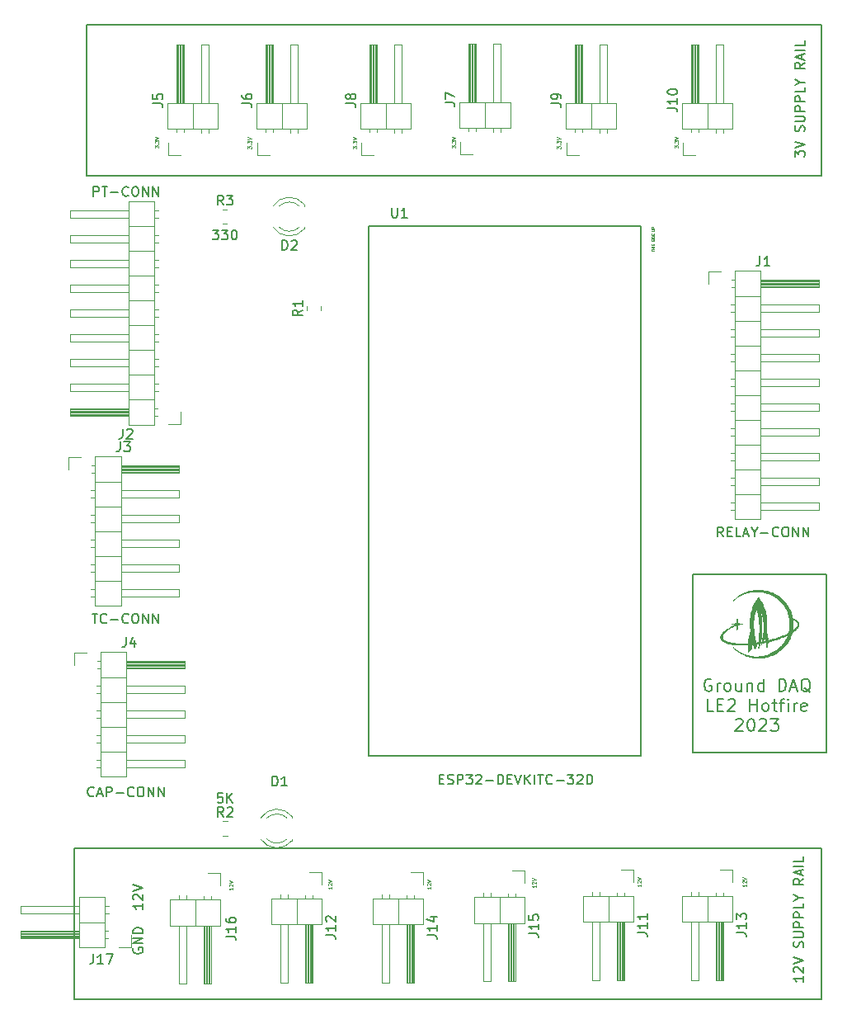
<source format=gbr>
%TF.GenerationSoftware,KiCad,Pcbnew,(6.0.6-0)*%
%TF.CreationDate,2023-02-15T09:52:43-08:00*%
%TF.ProjectId,le2-daq-new,6c65322d-6461-4712-9d6e-65772e6b6963,rev?*%
%TF.SameCoordinates,Original*%
%TF.FileFunction,Legend,Top*%
%TF.FilePolarity,Positive*%
%FSLAX46Y46*%
G04 Gerber Fmt 4.6, Leading zero omitted, Abs format (unit mm)*
G04 Created by KiCad (PCBNEW (6.0.6-0)) date 2023-02-15 09:52:43*
%MOMM*%
%LPD*%
G01*
G04 APERTURE LIST*
%ADD10C,0.150000*%
%ADD11C,0.095250*%
%ADD12C,0.063500*%
%ADD13C,0.120000*%
%ADD14C,0.127000*%
%ADD15C,0.010000*%
G04 APERTURE END LIST*
D10*
X106664285Y-53427380D02*
X107283333Y-53427380D01*
X106950000Y-53808333D01*
X107092857Y-53808333D01*
X107188095Y-53855952D01*
X107235714Y-53903571D01*
X107283333Y-53998809D01*
X107283333Y-54236904D01*
X107235714Y-54332142D01*
X107188095Y-54379761D01*
X107092857Y-54427380D01*
X106807142Y-54427380D01*
X106711904Y-54379761D01*
X106664285Y-54332142D01*
X107616666Y-53427380D02*
X108235714Y-53427380D01*
X107902380Y-53808333D01*
X108045238Y-53808333D01*
X108140476Y-53855952D01*
X108188095Y-53903571D01*
X108235714Y-53998809D01*
X108235714Y-54236904D01*
X108188095Y-54332142D01*
X108140476Y-54379761D01*
X108045238Y-54427380D01*
X107759523Y-54427380D01*
X107664285Y-54379761D01*
X107616666Y-54332142D01*
X108854761Y-53427380D02*
X108950000Y-53427380D01*
X109045238Y-53475000D01*
X109092857Y-53522619D01*
X109140476Y-53617857D01*
X109188095Y-53808333D01*
X109188095Y-54046428D01*
X109140476Y-54236904D01*
X109092857Y-54332142D01*
X109045238Y-54379761D01*
X108950000Y-54427380D01*
X108854761Y-54427380D01*
X108759523Y-54379761D01*
X108711904Y-54332142D01*
X108664285Y-54236904D01*
X108616666Y-54046428D01*
X108616666Y-53808333D01*
X108664285Y-53617857D01*
X108711904Y-53522619D01*
X108759523Y-53475000D01*
X108854761Y-53427380D01*
X107688095Y-111212380D02*
X107211904Y-111212380D01*
X107164285Y-111688571D01*
X107211904Y-111640952D01*
X107307142Y-111593333D01*
X107545238Y-111593333D01*
X107640476Y-111640952D01*
X107688095Y-111688571D01*
X107735714Y-111783809D01*
X107735714Y-112021904D01*
X107688095Y-112117142D01*
X107640476Y-112164761D01*
X107545238Y-112212380D01*
X107307142Y-112212380D01*
X107211904Y-112164761D01*
X107164285Y-112117142D01*
X108164285Y-112212380D02*
X108164285Y-111212380D01*
X108735714Y-112212380D02*
X108307142Y-111640952D01*
X108735714Y-111212380D02*
X108164285Y-111783809D01*
D11*
X161462357Y-120574857D02*
X161462357Y-120792571D01*
X161462357Y-120683714D02*
X161081357Y-120683714D01*
X161135785Y-120720000D01*
X161172071Y-120756285D01*
X161190214Y-120792571D01*
X161117642Y-120429714D02*
X161099500Y-120411571D01*
X161081357Y-120375285D01*
X161081357Y-120284571D01*
X161099500Y-120248285D01*
X161117642Y-120230142D01*
X161153928Y-120212000D01*
X161190214Y-120212000D01*
X161244642Y-120230142D01*
X161462357Y-120447857D01*
X161462357Y-120212000D01*
X161081357Y-120103142D02*
X161462357Y-119976142D01*
X161081357Y-119849142D01*
X150667357Y-120574857D02*
X150667357Y-120792571D01*
X150667357Y-120683714D02*
X150286357Y-120683714D01*
X150340785Y-120720000D01*
X150377071Y-120756285D01*
X150395214Y-120792571D01*
X150322642Y-120429714D02*
X150304500Y-120411571D01*
X150286357Y-120375285D01*
X150286357Y-120284571D01*
X150304500Y-120248285D01*
X150322642Y-120230142D01*
X150358928Y-120212000D01*
X150395214Y-120212000D01*
X150449642Y-120230142D01*
X150667357Y-120447857D01*
X150667357Y-120212000D01*
X150286357Y-120103142D02*
X150667357Y-119976142D01*
X150286357Y-119849142D01*
X139872357Y-120679857D02*
X139872357Y-120897571D01*
X139872357Y-120788714D02*
X139491357Y-120788714D01*
X139545785Y-120825000D01*
X139582071Y-120861285D01*
X139600214Y-120897571D01*
X139527642Y-120534714D02*
X139509500Y-120516571D01*
X139491357Y-120480285D01*
X139491357Y-120389571D01*
X139509500Y-120353285D01*
X139527642Y-120335142D01*
X139563928Y-120317000D01*
X139600214Y-120317000D01*
X139654642Y-120335142D01*
X139872357Y-120552857D01*
X139872357Y-120317000D01*
X139491357Y-120208142D02*
X139872357Y-120081142D01*
X139491357Y-119954142D01*
X129077357Y-120828857D02*
X129077357Y-121046571D01*
X129077357Y-120937714D02*
X128696357Y-120937714D01*
X128750785Y-120974000D01*
X128787071Y-121010285D01*
X128805214Y-121046571D01*
X128732642Y-120683714D02*
X128714500Y-120665571D01*
X128696357Y-120629285D01*
X128696357Y-120538571D01*
X128714500Y-120502285D01*
X128732642Y-120484142D01*
X128768928Y-120466000D01*
X128805214Y-120466000D01*
X128859642Y-120484142D01*
X129077357Y-120701857D01*
X129077357Y-120466000D01*
X128696357Y-120357142D02*
X129077357Y-120230142D01*
X128696357Y-120103142D01*
X118917357Y-120828857D02*
X118917357Y-121046571D01*
X118917357Y-120937714D02*
X118536357Y-120937714D01*
X118590785Y-120974000D01*
X118627071Y-121010285D01*
X118645214Y-121046571D01*
X118572642Y-120683714D02*
X118554500Y-120665571D01*
X118536357Y-120629285D01*
X118536357Y-120538571D01*
X118554500Y-120502285D01*
X118572642Y-120484142D01*
X118608928Y-120466000D01*
X118645214Y-120466000D01*
X118699642Y-120484142D01*
X118917357Y-120701857D01*
X118917357Y-120466000D01*
X118536357Y-120357142D02*
X118917357Y-120230142D01*
X118536357Y-120103142D01*
X108757357Y-120933863D02*
X108757357Y-121151577D01*
X108757357Y-121042720D02*
X108376357Y-121042720D01*
X108430785Y-121079006D01*
X108467071Y-121115291D01*
X108485214Y-121151577D01*
X108412642Y-120788720D02*
X108394500Y-120770577D01*
X108376357Y-120734291D01*
X108376357Y-120643577D01*
X108394500Y-120607291D01*
X108412642Y-120589148D01*
X108448928Y-120571006D01*
X108485214Y-120571006D01*
X108539642Y-120589148D01*
X108757357Y-120806863D01*
X108757357Y-120571006D01*
X108376357Y-120462148D02*
X108757357Y-120335148D01*
X108376357Y-120208148D01*
X154096357Y-45012428D02*
X154096357Y-44776571D01*
X154241500Y-44903571D01*
X154241500Y-44849142D01*
X154259642Y-44812857D01*
X154277785Y-44794714D01*
X154314071Y-44776571D01*
X154404785Y-44776571D01*
X154441071Y-44794714D01*
X154459214Y-44812857D01*
X154477357Y-44849142D01*
X154477357Y-44958000D01*
X154459214Y-44994285D01*
X154441071Y-45012428D01*
X154441071Y-44613285D02*
X154459214Y-44595142D01*
X154477357Y-44613285D01*
X154459214Y-44631428D01*
X154441071Y-44613285D01*
X154477357Y-44613285D01*
X154096357Y-44468142D02*
X154096357Y-44232285D01*
X154241500Y-44359285D01*
X154241500Y-44304857D01*
X154259642Y-44268571D01*
X154277785Y-44250428D01*
X154314071Y-44232285D01*
X154404785Y-44232285D01*
X154441071Y-44250428D01*
X154459214Y-44268571D01*
X154477357Y-44304857D01*
X154477357Y-44413714D01*
X154459214Y-44450000D01*
X154441071Y-44468142D01*
X154096357Y-44123428D02*
X154477357Y-43996428D01*
X154096357Y-43869428D01*
X142031357Y-45069428D02*
X142031357Y-44833571D01*
X142176500Y-44960571D01*
X142176500Y-44906142D01*
X142194642Y-44869857D01*
X142212785Y-44851714D01*
X142249071Y-44833571D01*
X142339785Y-44833571D01*
X142376071Y-44851714D01*
X142394214Y-44869857D01*
X142412357Y-44906142D01*
X142412357Y-45015000D01*
X142394214Y-45051285D01*
X142376071Y-45069428D01*
X142376071Y-44670285D02*
X142394214Y-44652142D01*
X142412357Y-44670285D01*
X142394214Y-44688428D01*
X142376071Y-44670285D01*
X142412357Y-44670285D01*
X142031357Y-44525142D02*
X142031357Y-44289285D01*
X142176500Y-44416285D01*
X142176500Y-44361857D01*
X142194642Y-44325571D01*
X142212785Y-44307428D01*
X142249071Y-44289285D01*
X142339785Y-44289285D01*
X142376071Y-44307428D01*
X142394214Y-44325571D01*
X142412357Y-44361857D01*
X142412357Y-44470714D01*
X142394214Y-44507000D01*
X142376071Y-44525142D01*
X142031357Y-44180428D02*
X142412357Y-44053428D01*
X142031357Y-43926428D01*
X131236357Y-45012428D02*
X131236357Y-44776571D01*
X131381500Y-44903571D01*
X131381500Y-44849142D01*
X131399642Y-44812857D01*
X131417785Y-44794714D01*
X131454071Y-44776571D01*
X131544785Y-44776571D01*
X131581071Y-44794714D01*
X131599214Y-44812857D01*
X131617357Y-44849142D01*
X131617357Y-44958000D01*
X131599214Y-44994285D01*
X131581071Y-45012428D01*
X131581071Y-44613285D02*
X131599214Y-44595142D01*
X131617357Y-44613285D01*
X131599214Y-44631428D01*
X131581071Y-44613285D01*
X131617357Y-44613285D01*
X131236357Y-44468142D02*
X131236357Y-44232285D01*
X131381500Y-44359285D01*
X131381500Y-44304857D01*
X131399642Y-44268571D01*
X131417785Y-44250428D01*
X131454071Y-44232285D01*
X131544785Y-44232285D01*
X131581071Y-44250428D01*
X131599214Y-44268571D01*
X131617357Y-44304857D01*
X131617357Y-44413714D01*
X131599214Y-44450000D01*
X131581071Y-44468142D01*
X131236357Y-44123428D02*
X131617357Y-43996428D01*
X131236357Y-43869428D01*
X121076357Y-45069428D02*
X121076357Y-44833571D01*
X121221500Y-44960571D01*
X121221500Y-44906142D01*
X121239642Y-44869857D01*
X121257785Y-44851714D01*
X121294071Y-44833571D01*
X121384785Y-44833571D01*
X121421071Y-44851714D01*
X121439214Y-44869857D01*
X121457357Y-44906142D01*
X121457357Y-45015000D01*
X121439214Y-45051285D01*
X121421071Y-45069428D01*
X121421071Y-44670285D02*
X121439214Y-44652142D01*
X121457357Y-44670285D01*
X121439214Y-44688428D01*
X121421071Y-44670285D01*
X121457357Y-44670285D01*
X121076357Y-44525142D02*
X121076357Y-44289285D01*
X121221500Y-44416285D01*
X121221500Y-44361857D01*
X121239642Y-44325571D01*
X121257785Y-44307428D01*
X121294071Y-44289285D01*
X121384785Y-44289285D01*
X121421071Y-44307428D01*
X121439214Y-44325571D01*
X121457357Y-44361857D01*
X121457357Y-44470714D01*
X121439214Y-44507000D01*
X121421071Y-44525142D01*
X121076357Y-44180428D02*
X121457357Y-44053428D01*
X121076357Y-43926428D01*
X110281357Y-45069428D02*
X110281357Y-44833571D01*
X110426500Y-44960571D01*
X110426500Y-44906142D01*
X110444642Y-44869857D01*
X110462785Y-44851714D01*
X110499071Y-44833571D01*
X110589785Y-44833571D01*
X110626071Y-44851714D01*
X110644214Y-44869857D01*
X110662357Y-44906142D01*
X110662357Y-45015000D01*
X110644214Y-45051285D01*
X110626071Y-45069428D01*
X110626071Y-44670285D02*
X110644214Y-44652142D01*
X110662357Y-44670285D01*
X110644214Y-44688428D01*
X110626071Y-44670285D01*
X110662357Y-44670285D01*
X110281357Y-44525142D02*
X110281357Y-44289285D01*
X110426500Y-44416285D01*
X110426500Y-44361857D01*
X110444642Y-44325571D01*
X110462785Y-44307428D01*
X110499071Y-44289285D01*
X110589785Y-44289285D01*
X110626071Y-44307428D01*
X110644214Y-44325571D01*
X110662357Y-44361857D01*
X110662357Y-44470714D01*
X110644214Y-44507000D01*
X110626071Y-44525142D01*
X110281357Y-44180428D02*
X110662357Y-44053428D01*
X110281357Y-43926428D01*
X100756357Y-45012428D02*
X100756357Y-44776571D01*
X100901500Y-44903571D01*
X100901500Y-44849142D01*
X100919642Y-44812857D01*
X100937785Y-44794714D01*
X100974071Y-44776571D01*
X101064785Y-44776571D01*
X101101071Y-44794714D01*
X101119214Y-44812857D01*
X101137357Y-44849142D01*
X101137357Y-44958000D01*
X101119214Y-44994285D01*
X101101071Y-45012428D01*
X101101071Y-44613285D02*
X101119214Y-44595142D01*
X101137357Y-44613285D01*
X101119214Y-44631428D01*
X101101071Y-44613285D01*
X101137357Y-44613285D01*
X100756357Y-44468142D02*
X100756357Y-44232285D01*
X100901500Y-44359285D01*
X100901500Y-44304857D01*
X100919642Y-44268571D01*
X100937785Y-44250428D01*
X100974071Y-44232285D01*
X101064785Y-44232285D01*
X101101071Y-44250428D01*
X101119214Y-44268571D01*
X101137357Y-44304857D01*
X101137357Y-44413714D01*
X101119214Y-44450000D01*
X101101071Y-44468142D01*
X100756357Y-44123428D02*
X101137357Y-43996428D01*
X100756357Y-43869428D01*
D10*
X98560000Y-127126904D02*
X98512380Y-127222142D01*
X98512380Y-127365000D01*
X98560000Y-127507857D01*
X98655238Y-127603095D01*
X98750476Y-127650714D01*
X98940952Y-127698333D01*
X99083809Y-127698333D01*
X99274285Y-127650714D01*
X99369523Y-127603095D01*
X99464761Y-127507857D01*
X99512380Y-127365000D01*
X99512380Y-127269761D01*
X99464761Y-127126904D01*
X99417142Y-127079285D01*
X99083809Y-127079285D01*
X99083809Y-127269761D01*
X99512380Y-126650714D02*
X98512380Y-126650714D01*
X99512380Y-126079285D01*
X98512380Y-126079285D01*
X99512380Y-125603095D02*
X98512380Y-125603095D01*
X98512380Y-125365000D01*
X98560000Y-125222142D01*
X98655238Y-125126904D01*
X98750476Y-125079285D01*
X98940952Y-125031666D01*
X99083809Y-125031666D01*
X99274285Y-125079285D01*
X99369523Y-125126904D01*
X99464761Y-125222142D01*
X99512380Y-125365000D01*
X99512380Y-125603095D01*
X99512380Y-122539047D02*
X99512380Y-123110476D01*
X99512380Y-122824761D02*
X98512380Y-122824761D01*
X98655238Y-122920000D01*
X98750476Y-123015238D01*
X98798095Y-123110476D01*
X98607619Y-122158095D02*
X98560000Y-122110476D01*
X98512380Y-122015238D01*
X98512380Y-121777142D01*
X98560000Y-121681904D01*
X98607619Y-121634285D01*
X98702857Y-121586666D01*
X98798095Y-121586666D01*
X98940952Y-121634285D01*
X99512380Y-122205714D01*
X99512380Y-121586666D01*
X98512380Y-121300952D02*
X99512380Y-120967619D01*
X98512380Y-120634285D01*
X169164000Y-47879000D02*
X93726000Y-47879000D01*
X93726000Y-47879000D02*
X93726000Y-32385000D01*
X93726000Y-32385000D02*
X169164000Y-32385000D01*
X169164000Y-32385000D02*
X169164000Y-47879000D01*
X169164000Y-132334000D02*
X92456000Y-132334000D01*
X92456000Y-132334000D02*
X92456000Y-116840000D01*
X92456000Y-116840000D02*
X169164000Y-116840000D01*
X169164000Y-116840000D02*
X169164000Y-132334000D01*
X155956000Y-88773000D02*
X169672000Y-88773000D01*
X169672000Y-88773000D02*
X169672000Y-107061000D01*
X169672000Y-107061000D02*
X155956000Y-107061000D01*
X155956000Y-107061000D02*
X155956000Y-88773000D01*
D12*
X151752904Y-55619952D02*
X151752904Y-55474809D01*
X152006904Y-55547380D02*
X151752904Y-55547380D01*
X152006904Y-55390142D02*
X151752904Y-55390142D01*
X151873857Y-55390142D02*
X151873857Y-55245000D01*
X152006904Y-55245000D02*
X151752904Y-55245000D01*
X152006904Y-55124047D02*
X151752904Y-55124047D01*
X151994809Y-55015190D02*
X152006904Y-54978904D01*
X152006904Y-54918428D01*
X151994809Y-54894238D01*
X151982714Y-54882142D01*
X151958523Y-54870047D01*
X151934333Y-54870047D01*
X151910142Y-54882142D01*
X151898047Y-54894238D01*
X151885952Y-54918428D01*
X151873857Y-54966809D01*
X151861761Y-54991000D01*
X151849666Y-55003095D01*
X151825476Y-55015190D01*
X151801285Y-55015190D01*
X151777095Y-55003095D01*
X151765000Y-54991000D01*
X151752904Y-54966809D01*
X151752904Y-54906333D01*
X151765000Y-54870047D01*
X151994809Y-54579761D02*
X152006904Y-54543476D01*
X152006904Y-54483000D01*
X151994809Y-54458809D01*
X151982714Y-54446714D01*
X151958523Y-54434619D01*
X151934333Y-54434619D01*
X151910142Y-54446714D01*
X151898047Y-54458809D01*
X151885952Y-54483000D01*
X151873857Y-54531380D01*
X151861761Y-54555571D01*
X151849666Y-54567666D01*
X151825476Y-54579761D01*
X151801285Y-54579761D01*
X151777095Y-54567666D01*
X151765000Y-54555571D01*
X151752904Y-54531380D01*
X151752904Y-54470904D01*
X151765000Y-54434619D01*
X152006904Y-54325761D02*
X151752904Y-54325761D01*
X152006904Y-54204809D02*
X151752904Y-54204809D01*
X151752904Y-54144333D01*
X151765000Y-54108047D01*
X151789190Y-54083857D01*
X151813380Y-54071761D01*
X151861761Y-54059666D01*
X151898047Y-54059666D01*
X151946428Y-54071761D01*
X151970619Y-54083857D01*
X151994809Y-54108047D01*
X152006904Y-54144333D01*
X152006904Y-54204809D01*
X151873857Y-53950809D02*
X151873857Y-53866142D01*
X152006904Y-53829857D02*
X152006904Y-53950809D01*
X151752904Y-53950809D01*
X151752904Y-53829857D01*
X151752904Y-53527476D02*
X151958523Y-53527476D01*
X151982714Y-53515380D01*
X151994809Y-53503285D01*
X152006904Y-53479095D01*
X152006904Y-53430714D01*
X151994809Y-53406523D01*
X151982714Y-53394428D01*
X151958523Y-53382333D01*
X151752904Y-53382333D01*
X152006904Y-53261380D02*
X151752904Y-53261380D01*
X151752904Y-53164619D01*
X151765000Y-53140428D01*
X151777095Y-53128333D01*
X151801285Y-53116238D01*
X151837571Y-53116238D01*
X151861761Y-53128333D01*
X151873857Y-53140428D01*
X151885952Y-53164619D01*
X151885952Y-53261380D01*
D10*
X157873095Y-99555300D02*
X157752142Y-99494823D01*
X157570714Y-99494823D01*
X157389285Y-99555300D01*
X157268333Y-99676252D01*
X157207857Y-99797204D01*
X157147380Y-100039109D01*
X157147380Y-100220538D01*
X157207857Y-100462442D01*
X157268333Y-100583395D01*
X157389285Y-100704347D01*
X157570714Y-100764823D01*
X157691666Y-100764823D01*
X157873095Y-100704347D01*
X157933571Y-100643871D01*
X157933571Y-100220538D01*
X157691666Y-100220538D01*
X158477857Y-100764823D02*
X158477857Y-99918157D01*
X158477857Y-100160061D02*
X158538333Y-100039109D01*
X158598809Y-99978633D01*
X158719761Y-99918157D01*
X158840714Y-99918157D01*
X159445476Y-100764823D02*
X159324523Y-100704347D01*
X159264047Y-100643871D01*
X159203571Y-100522919D01*
X159203571Y-100160061D01*
X159264047Y-100039109D01*
X159324523Y-99978633D01*
X159445476Y-99918157D01*
X159626904Y-99918157D01*
X159747857Y-99978633D01*
X159808333Y-100039109D01*
X159868809Y-100160061D01*
X159868809Y-100522919D01*
X159808333Y-100643871D01*
X159747857Y-100704347D01*
X159626904Y-100764823D01*
X159445476Y-100764823D01*
X160957380Y-99918157D02*
X160957380Y-100764823D01*
X160413095Y-99918157D02*
X160413095Y-100583395D01*
X160473571Y-100704347D01*
X160594523Y-100764823D01*
X160775952Y-100764823D01*
X160896904Y-100704347D01*
X160957380Y-100643871D01*
X161562142Y-99918157D02*
X161562142Y-100764823D01*
X161562142Y-100039109D02*
X161622619Y-99978633D01*
X161743571Y-99918157D01*
X161925000Y-99918157D01*
X162045952Y-99978633D01*
X162106428Y-100099585D01*
X162106428Y-100764823D01*
X163255476Y-100764823D02*
X163255476Y-99494823D01*
X163255476Y-100704347D02*
X163134523Y-100764823D01*
X162892619Y-100764823D01*
X162771666Y-100704347D01*
X162711190Y-100643871D01*
X162650714Y-100522919D01*
X162650714Y-100160061D01*
X162711190Y-100039109D01*
X162771666Y-99978633D01*
X162892619Y-99918157D01*
X163134523Y-99918157D01*
X163255476Y-99978633D01*
X164827857Y-100764823D02*
X164827857Y-99494823D01*
X165130238Y-99494823D01*
X165311666Y-99555300D01*
X165432619Y-99676252D01*
X165493095Y-99797204D01*
X165553571Y-100039109D01*
X165553571Y-100220538D01*
X165493095Y-100462442D01*
X165432619Y-100583395D01*
X165311666Y-100704347D01*
X165130238Y-100764823D01*
X164827857Y-100764823D01*
X166037380Y-100401966D02*
X166642142Y-100401966D01*
X165916428Y-100764823D02*
X166339761Y-99494823D01*
X166763095Y-100764823D01*
X168033095Y-100885776D02*
X167912142Y-100825300D01*
X167791190Y-100704347D01*
X167609761Y-100522919D01*
X167488809Y-100462442D01*
X167367857Y-100462442D01*
X167428333Y-100764823D02*
X167307380Y-100704347D01*
X167186428Y-100583395D01*
X167125952Y-100341490D01*
X167125952Y-99918157D01*
X167186428Y-99676252D01*
X167307380Y-99555300D01*
X167428333Y-99494823D01*
X167670238Y-99494823D01*
X167791190Y-99555300D01*
X167912142Y-99676252D01*
X167972619Y-99918157D01*
X167972619Y-100341490D01*
X167912142Y-100583395D01*
X167791190Y-100704347D01*
X167670238Y-100764823D01*
X167428333Y-100764823D01*
X158084761Y-102809523D02*
X157480000Y-102809523D01*
X157480000Y-101539523D01*
X158508095Y-102144285D02*
X158931428Y-102144285D01*
X159112857Y-102809523D02*
X158508095Y-102809523D01*
X158508095Y-101539523D01*
X159112857Y-101539523D01*
X159596666Y-101660476D02*
X159657142Y-101600000D01*
X159778095Y-101539523D01*
X160080476Y-101539523D01*
X160201428Y-101600000D01*
X160261904Y-101660476D01*
X160322380Y-101781428D01*
X160322380Y-101902380D01*
X160261904Y-102083809D01*
X159536190Y-102809523D01*
X160322380Y-102809523D01*
X161834285Y-102809523D02*
X161834285Y-101539523D01*
X161834285Y-102144285D02*
X162560000Y-102144285D01*
X162560000Y-102809523D02*
X162560000Y-101539523D01*
X163346190Y-102809523D02*
X163225238Y-102749047D01*
X163164761Y-102688571D01*
X163104285Y-102567619D01*
X163104285Y-102204761D01*
X163164761Y-102083809D01*
X163225238Y-102023333D01*
X163346190Y-101962857D01*
X163527619Y-101962857D01*
X163648571Y-102023333D01*
X163709047Y-102083809D01*
X163769523Y-102204761D01*
X163769523Y-102567619D01*
X163709047Y-102688571D01*
X163648571Y-102749047D01*
X163527619Y-102809523D01*
X163346190Y-102809523D01*
X164132380Y-101962857D02*
X164616190Y-101962857D01*
X164313809Y-101539523D02*
X164313809Y-102628095D01*
X164374285Y-102749047D01*
X164495238Y-102809523D01*
X164616190Y-102809523D01*
X164858095Y-101962857D02*
X165341904Y-101962857D01*
X165039523Y-102809523D02*
X165039523Y-101720952D01*
X165100000Y-101600000D01*
X165220952Y-101539523D01*
X165341904Y-101539523D01*
X165765238Y-102809523D02*
X165765238Y-101962857D01*
X165765238Y-101539523D02*
X165704761Y-101600000D01*
X165765238Y-101660476D01*
X165825714Y-101600000D01*
X165765238Y-101539523D01*
X165765238Y-101660476D01*
X166370000Y-102809523D02*
X166370000Y-101962857D01*
X166370000Y-102204761D02*
X166430476Y-102083809D01*
X166490952Y-102023333D01*
X166611904Y-101962857D01*
X166732857Y-101962857D01*
X167640000Y-102749047D02*
X167519047Y-102809523D01*
X167277142Y-102809523D01*
X167156190Y-102749047D01*
X167095714Y-102628095D01*
X167095714Y-102144285D01*
X167156190Y-102023333D01*
X167277142Y-101962857D01*
X167519047Y-101962857D01*
X167640000Y-102023333D01*
X167700476Y-102144285D01*
X167700476Y-102265238D01*
X167095714Y-102386190D01*
X160382857Y-103705176D02*
X160443333Y-103644700D01*
X160564285Y-103584223D01*
X160866666Y-103584223D01*
X160987619Y-103644700D01*
X161048095Y-103705176D01*
X161108571Y-103826128D01*
X161108571Y-103947080D01*
X161048095Y-104128509D01*
X160322380Y-104854223D01*
X161108571Y-104854223D01*
X161894761Y-103584223D02*
X162015714Y-103584223D01*
X162136666Y-103644700D01*
X162197142Y-103705176D01*
X162257619Y-103826128D01*
X162318095Y-104068033D01*
X162318095Y-104370414D01*
X162257619Y-104612319D01*
X162197142Y-104733271D01*
X162136666Y-104793747D01*
X162015714Y-104854223D01*
X161894761Y-104854223D01*
X161773809Y-104793747D01*
X161713333Y-104733271D01*
X161652857Y-104612319D01*
X161592380Y-104370414D01*
X161592380Y-104068033D01*
X161652857Y-103826128D01*
X161713333Y-103705176D01*
X161773809Y-103644700D01*
X161894761Y-103584223D01*
X162801904Y-103705176D02*
X162862380Y-103644700D01*
X162983333Y-103584223D01*
X163285714Y-103584223D01*
X163406666Y-103644700D01*
X163467142Y-103705176D01*
X163527619Y-103826128D01*
X163527619Y-103947080D01*
X163467142Y-104128509D01*
X162741428Y-104854223D01*
X163527619Y-104854223D01*
X163950952Y-103584223D02*
X164737142Y-103584223D01*
X164313809Y-104068033D01*
X164495238Y-104068033D01*
X164616190Y-104128509D01*
X164676666Y-104188985D01*
X164737142Y-104309938D01*
X164737142Y-104612319D01*
X164676666Y-104733271D01*
X164616190Y-104793747D01*
X164495238Y-104854223D01*
X164132380Y-104854223D01*
X164011428Y-104793747D01*
X163950952Y-104733271D01*
X167330380Y-129991714D02*
X167330380Y-130563142D01*
X167330380Y-130277428D02*
X166330380Y-130277428D01*
X166473238Y-130372666D01*
X166568476Y-130467904D01*
X166616095Y-130563142D01*
X166425619Y-129610761D02*
X166378000Y-129563142D01*
X166330380Y-129467904D01*
X166330380Y-129229809D01*
X166378000Y-129134571D01*
X166425619Y-129086952D01*
X166520857Y-129039333D01*
X166616095Y-129039333D01*
X166758952Y-129086952D01*
X167330380Y-129658380D01*
X167330380Y-129039333D01*
X166330380Y-128753619D02*
X167330380Y-128420285D01*
X166330380Y-128086952D01*
X167282761Y-127039333D02*
X167330380Y-126896476D01*
X167330380Y-126658380D01*
X167282761Y-126563142D01*
X167235142Y-126515523D01*
X167139904Y-126467904D01*
X167044666Y-126467904D01*
X166949428Y-126515523D01*
X166901809Y-126563142D01*
X166854190Y-126658380D01*
X166806571Y-126848857D01*
X166758952Y-126944095D01*
X166711333Y-126991714D01*
X166616095Y-127039333D01*
X166520857Y-127039333D01*
X166425619Y-126991714D01*
X166378000Y-126944095D01*
X166330380Y-126848857D01*
X166330380Y-126610761D01*
X166378000Y-126467904D01*
X166330380Y-126039333D02*
X167139904Y-126039333D01*
X167235142Y-125991714D01*
X167282761Y-125944095D01*
X167330380Y-125848857D01*
X167330380Y-125658380D01*
X167282761Y-125563142D01*
X167235142Y-125515523D01*
X167139904Y-125467904D01*
X166330380Y-125467904D01*
X167330380Y-124991714D02*
X166330380Y-124991714D01*
X166330380Y-124610761D01*
X166378000Y-124515523D01*
X166425619Y-124467904D01*
X166520857Y-124420285D01*
X166663714Y-124420285D01*
X166758952Y-124467904D01*
X166806571Y-124515523D01*
X166854190Y-124610761D01*
X166854190Y-124991714D01*
X167330380Y-123991714D02*
X166330380Y-123991714D01*
X166330380Y-123610761D01*
X166378000Y-123515523D01*
X166425619Y-123467904D01*
X166520857Y-123420285D01*
X166663714Y-123420285D01*
X166758952Y-123467904D01*
X166806571Y-123515523D01*
X166854190Y-123610761D01*
X166854190Y-123991714D01*
X167330380Y-122515523D02*
X167330380Y-122991714D01*
X166330380Y-122991714D01*
X166854190Y-121991714D02*
X167330380Y-121991714D01*
X166330380Y-122325047D02*
X166854190Y-121991714D01*
X166330380Y-121658380D01*
X167330380Y-119991714D02*
X166854190Y-120325047D01*
X167330380Y-120563142D02*
X166330380Y-120563142D01*
X166330380Y-120182190D01*
X166378000Y-120086952D01*
X166425619Y-120039333D01*
X166520857Y-119991714D01*
X166663714Y-119991714D01*
X166758952Y-120039333D01*
X166806571Y-120086952D01*
X166854190Y-120182190D01*
X166854190Y-120563142D01*
X167044666Y-119610761D02*
X167044666Y-119134571D01*
X167330380Y-119706000D02*
X166330380Y-119372666D01*
X167330380Y-119039333D01*
X167330380Y-118706000D02*
X166330380Y-118706000D01*
X167330380Y-117753619D02*
X167330380Y-118229809D01*
X166330380Y-118229809D01*
X129961666Y-109783571D02*
X130295000Y-109783571D01*
X130437857Y-110307380D02*
X129961666Y-110307380D01*
X129961666Y-109307380D01*
X130437857Y-109307380D01*
X130818809Y-110259761D02*
X130961666Y-110307380D01*
X131199761Y-110307380D01*
X131295000Y-110259761D01*
X131342619Y-110212142D01*
X131390238Y-110116904D01*
X131390238Y-110021666D01*
X131342619Y-109926428D01*
X131295000Y-109878809D01*
X131199761Y-109831190D01*
X131009285Y-109783571D01*
X130914047Y-109735952D01*
X130866428Y-109688333D01*
X130818809Y-109593095D01*
X130818809Y-109497857D01*
X130866428Y-109402619D01*
X130914047Y-109355000D01*
X131009285Y-109307380D01*
X131247380Y-109307380D01*
X131390238Y-109355000D01*
X131818809Y-110307380D02*
X131818809Y-109307380D01*
X132199761Y-109307380D01*
X132295000Y-109355000D01*
X132342619Y-109402619D01*
X132390238Y-109497857D01*
X132390238Y-109640714D01*
X132342619Y-109735952D01*
X132295000Y-109783571D01*
X132199761Y-109831190D01*
X131818809Y-109831190D01*
X132723571Y-109307380D02*
X133342619Y-109307380D01*
X133009285Y-109688333D01*
X133152142Y-109688333D01*
X133247380Y-109735952D01*
X133295000Y-109783571D01*
X133342619Y-109878809D01*
X133342619Y-110116904D01*
X133295000Y-110212142D01*
X133247380Y-110259761D01*
X133152142Y-110307380D01*
X132866428Y-110307380D01*
X132771190Y-110259761D01*
X132723571Y-110212142D01*
X133723571Y-109402619D02*
X133771190Y-109355000D01*
X133866428Y-109307380D01*
X134104523Y-109307380D01*
X134199761Y-109355000D01*
X134247380Y-109402619D01*
X134295000Y-109497857D01*
X134295000Y-109593095D01*
X134247380Y-109735952D01*
X133675952Y-110307380D01*
X134295000Y-110307380D01*
X134723571Y-109926428D02*
X135485476Y-109926428D01*
X135961666Y-110307380D02*
X135961666Y-109307380D01*
X136199761Y-109307380D01*
X136342619Y-109355000D01*
X136437857Y-109450238D01*
X136485476Y-109545476D01*
X136533095Y-109735952D01*
X136533095Y-109878809D01*
X136485476Y-110069285D01*
X136437857Y-110164523D01*
X136342619Y-110259761D01*
X136199761Y-110307380D01*
X135961666Y-110307380D01*
X136961666Y-109783571D02*
X137295000Y-109783571D01*
X137437857Y-110307380D02*
X136961666Y-110307380D01*
X136961666Y-109307380D01*
X137437857Y-109307380D01*
X137723571Y-109307380D02*
X138056904Y-110307380D01*
X138390238Y-109307380D01*
X138723571Y-110307380D02*
X138723571Y-109307380D01*
X139295000Y-110307380D02*
X138866428Y-109735952D01*
X139295000Y-109307380D02*
X138723571Y-109878809D01*
X139723571Y-110307380D02*
X139723571Y-109307380D01*
X140056904Y-109307380D02*
X140628333Y-109307380D01*
X140342619Y-110307380D02*
X140342619Y-109307380D01*
X141533095Y-110212142D02*
X141485476Y-110259761D01*
X141342619Y-110307380D01*
X141247380Y-110307380D01*
X141104523Y-110259761D01*
X141009285Y-110164523D01*
X140961666Y-110069285D01*
X140914047Y-109878809D01*
X140914047Y-109735952D01*
X140961666Y-109545476D01*
X141009285Y-109450238D01*
X141104523Y-109355000D01*
X141247380Y-109307380D01*
X141342619Y-109307380D01*
X141485476Y-109355000D01*
X141533095Y-109402619D01*
X141961666Y-109926428D02*
X142723571Y-109926428D01*
X143104523Y-109307380D02*
X143723571Y-109307380D01*
X143390238Y-109688333D01*
X143533095Y-109688333D01*
X143628333Y-109735952D01*
X143675952Y-109783571D01*
X143723571Y-109878809D01*
X143723571Y-110116904D01*
X143675952Y-110212142D01*
X143628333Y-110259761D01*
X143533095Y-110307380D01*
X143247380Y-110307380D01*
X143152142Y-110259761D01*
X143104523Y-110212142D01*
X144104523Y-109402619D02*
X144152142Y-109355000D01*
X144247380Y-109307380D01*
X144485476Y-109307380D01*
X144580714Y-109355000D01*
X144628333Y-109402619D01*
X144675952Y-109497857D01*
X144675952Y-109593095D01*
X144628333Y-109735952D01*
X144056904Y-110307380D01*
X144675952Y-110307380D01*
X145104523Y-110307380D02*
X145104523Y-109307380D01*
X145342619Y-109307380D01*
X145485476Y-109355000D01*
X145580714Y-109450238D01*
X145628333Y-109545476D01*
X145675952Y-109735952D01*
X145675952Y-109878809D01*
X145628333Y-110069285D01*
X145580714Y-110164523D01*
X145485476Y-110259761D01*
X145342619Y-110307380D01*
X145104523Y-110307380D01*
X94480476Y-111482142D02*
X94432857Y-111529761D01*
X94290000Y-111577380D01*
X94194761Y-111577380D01*
X94051904Y-111529761D01*
X93956666Y-111434523D01*
X93909047Y-111339285D01*
X93861428Y-111148809D01*
X93861428Y-111005952D01*
X93909047Y-110815476D01*
X93956666Y-110720238D01*
X94051904Y-110625000D01*
X94194761Y-110577380D01*
X94290000Y-110577380D01*
X94432857Y-110625000D01*
X94480476Y-110672619D01*
X94861428Y-111291666D02*
X95337619Y-111291666D01*
X94766190Y-111577380D02*
X95099523Y-110577380D01*
X95432857Y-111577380D01*
X95766190Y-111577380D02*
X95766190Y-110577380D01*
X96147142Y-110577380D01*
X96242380Y-110625000D01*
X96290000Y-110672619D01*
X96337619Y-110767857D01*
X96337619Y-110910714D01*
X96290000Y-111005952D01*
X96242380Y-111053571D01*
X96147142Y-111101190D01*
X95766190Y-111101190D01*
X96766190Y-111196428D02*
X97528095Y-111196428D01*
X98575714Y-111482142D02*
X98528095Y-111529761D01*
X98385238Y-111577380D01*
X98290000Y-111577380D01*
X98147142Y-111529761D01*
X98051904Y-111434523D01*
X98004285Y-111339285D01*
X97956666Y-111148809D01*
X97956666Y-111005952D01*
X98004285Y-110815476D01*
X98051904Y-110720238D01*
X98147142Y-110625000D01*
X98290000Y-110577380D01*
X98385238Y-110577380D01*
X98528095Y-110625000D01*
X98575714Y-110672619D01*
X99194761Y-110577380D02*
X99385238Y-110577380D01*
X99480476Y-110625000D01*
X99575714Y-110720238D01*
X99623333Y-110910714D01*
X99623333Y-111244047D01*
X99575714Y-111434523D01*
X99480476Y-111529761D01*
X99385238Y-111577380D01*
X99194761Y-111577380D01*
X99099523Y-111529761D01*
X99004285Y-111434523D01*
X98956666Y-111244047D01*
X98956666Y-110910714D01*
X99004285Y-110720238D01*
X99099523Y-110625000D01*
X99194761Y-110577380D01*
X100051904Y-111577380D02*
X100051904Y-110577380D01*
X100623333Y-111577380D01*
X100623333Y-110577380D01*
X101099523Y-111577380D02*
X101099523Y-110577380D01*
X101670952Y-111577380D01*
X101670952Y-110577380D01*
X94313809Y-92797380D02*
X94885238Y-92797380D01*
X94599523Y-93797380D02*
X94599523Y-92797380D01*
X95790000Y-93702142D02*
X95742380Y-93749761D01*
X95599523Y-93797380D01*
X95504285Y-93797380D01*
X95361428Y-93749761D01*
X95266190Y-93654523D01*
X95218571Y-93559285D01*
X95170952Y-93368809D01*
X95170952Y-93225952D01*
X95218571Y-93035476D01*
X95266190Y-92940238D01*
X95361428Y-92845000D01*
X95504285Y-92797380D01*
X95599523Y-92797380D01*
X95742380Y-92845000D01*
X95790000Y-92892619D01*
X96218571Y-93416428D02*
X96980476Y-93416428D01*
X98028095Y-93702142D02*
X97980476Y-93749761D01*
X97837619Y-93797380D01*
X97742380Y-93797380D01*
X97599523Y-93749761D01*
X97504285Y-93654523D01*
X97456666Y-93559285D01*
X97409047Y-93368809D01*
X97409047Y-93225952D01*
X97456666Y-93035476D01*
X97504285Y-92940238D01*
X97599523Y-92845000D01*
X97742380Y-92797380D01*
X97837619Y-92797380D01*
X97980476Y-92845000D01*
X98028095Y-92892619D01*
X98647142Y-92797380D02*
X98837619Y-92797380D01*
X98932857Y-92845000D01*
X99028095Y-92940238D01*
X99075714Y-93130714D01*
X99075714Y-93464047D01*
X99028095Y-93654523D01*
X98932857Y-93749761D01*
X98837619Y-93797380D01*
X98647142Y-93797380D01*
X98551904Y-93749761D01*
X98456666Y-93654523D01*
X98409047Y-93464047D01*
X98409047Y-93130714D01*
X98456666Y-92940238D01*
X98551904Y-92845000D01*
X98647142Y-92797380D01*
X99504285Y-93797380D02*
X99504285Y-92797380D01*
X100075714Y-93797380D01*
X100075714Y-92797380D01*
X100551904Y-93797380D02*
X100551904Y-92797380D01*
X101123333Y-93797380D01*
X101123333Y-92797380D01*
X94456666Y-49982380D02*
X94456666Y-48982380D01*
X94837619Y-48982380D01*
X94932857Y-49030000D01*
X94980476Y-49077619D01*
X95028095Y-49172857D01*
X95028095Y-49315714D01*
X94980476Y-49410952D01*
X94932857Y-49458571D01*
X94837619Y-49506190D01*
X94456666Y-49506190D01*
X95313809Y-48982380D02*
X95885238Y-48982380D01*
X95599523Y-49982380D02*
X95599523Y-48982380D01*
X96218571Y-49601428D02*
X96980476Y-49601428D01*
X98028095Y-49887142D02*
X97980476Y-49934761D01*
X97837619Y-49982380D01*
X97742380Y-49982380D01*
X97599523Y-49934761D01*
X97504285Y-49839523D01*
X97456666Y-49744285D01*
X97409047Y-49553809D01*
X97409047Y-49410952D01*
X97456666Y-49220476D01*
X97504285Y-49125238D01*
X97599523Y-49030000D01*
X97742380Y-48982380D01*
X97837619Y-48982380D01*
X97980476Y-49030000D01*
X98028095Y-49077619D01*
X98647142Y-48982380D02*
X98837619Y-48982380D01*
X98932857Y-49030000D01*
X99028095Y-49125238D01*
X99075714Y-49315714D01*
X99075714Y-49649047D01*
X99028095Y-49839523D01*
X98932857Y-49934761D01*
X98837619Y-49982380D01*
X98647142Y-49982380D01*
X98551904Y-49934761D01*
X98456666Y-49839523D01*
X98409047Y-49649047D01*
X98409047Y-49315714D01*
X98456666Y-49125238D01*
X98551904Y-49030000D01*
X98647142Y-48982380D01*
X99504285Y-49982380D02*
X99504285Y-48982380D01*
X100075714Y-49982380D01*
X100075714Y-48982380D01*
X100551904Y-49982380D02*
X100551904Y-48982380D01*
X101123333Y-49982380D01*
X101123333Y-48982380D01*
X166457380Y-45933571D02*
X166457380Y-45314523D01*
X166838333Y-45647857D01*
X166838333Y-45505000D01*
X166885952Y-45409761D01*
X166933571Y-45362142D01*
X167028809Y-45314523D01*
X167266904Y-45314523D01*
X167362142Y-45362142D01*
X167409761Y-45409761D01*
X167457380Y-45505000D01*
X167457380Y-45790714D01*
X167409761Y-45885952D01*
X167362142Y-45933571D01*
X166457380Y-45028809D02*
X167457380Y-44695476D01*
X166457380Y-44362142D01*
X167409761Y-43314523D02*
X167457380Y-43171666D01*
X167457380Y-42933571D01*
X167409761Y-42838333D01*
X167362142Y-42790714D01*
X167266904Y-42743095D01*
X167171666Y-42743095D01*
X167076428Y-42790714D01*
X167028809Y-42838333D01*
X166981190Y-42933571D01*
X166933571Y-43124047D01*
X166885952Y-43219285D01*
X166838333Y-43266904D01*
X166743095Y-43314523D01*
X166647857Y-43314523D01*
X166552619Y-43266904D01*
X166505000Y-43219285D01*
X166457380Y-43124047D01*
X166457380Y-42885952D01*
X166505000Y-42743095D01*
X166457380Y-42314523D02*
X167266904Y-42314523D01*
X167362142Y-42266904D01*
X167409761Y-42219285D01*
X167457380Y-42124047D01*
X167457380Y-41933571D01*
X167409761Y-41838333D01*
X167362142Y-41790714D01*
X167266904Y-41743095D01*
X166457380Y-41743095D01*
X167457380Y-41266904D02*
X166457380Y-41266904D01*
X166457380Y-40885952D01*
X166505000Y-40790714D01*
X166552619Y-40743095D01*
X166647857Y-40695476D01*
X166790714Y-40695476D01*
X166885952Y-40743095D01*
X166933571Y-40790714D01*
X166981190Y-40885952D01*
X166981190Y-41266904D01*
X167457380Y-40266904D02*
X166457380Y-40266904D01*
X166457380Y-39885952D01*
X166505000Y-39790714D01*
X166552619Y-39743095D01*
X166647857Y-39695476D01*
X166790714Y-39695476D01*
X166885952Y-39743095D01*
X166933571Y-39790714D01*
X166981190Y-39885952D01*
X166981190Y-40266904D01*
X167457380Y-38790714D02*
X167457380Y-39266904D01*
X166457380Y-39266904D01*
X166981190Y-38266904D02*
X167457380Y-38266904D01*
X166457380Y-38600238D02*
X166981190Y-38266904D01*
X166457380Y-37933571D01*
X167457380Y-36266904D02*
X166981190Y-36600238D01*
X167457380Y-36838333D02*
X166457380Y-36838333D01*
X166457380Y-36457380D01*
X166505000Y-36362142D01*
X166552619Y-36314523D01*
X166647857Y-36266904D01*
X166790714Y-36266904D01*
X166885952Y-36314523D01*
X166933571Y-36362142D01*
X166981190Y-36457380D01*
X166981190Y-36838333D01*
X167171666Y-35885952D02*
X167171666Y-35409761D01*
X167457380Y-35981190D02*
X166457380Y-35647857D01*
X167457380Y-35314523D01*
X167457380Y-34981190D02*
X166457380Y-34981190D01*
X167457380Y-34028809D02*
X167457380Y-34505000D01*
X166457380Y-34505000D01*
X159099761Y-84907380D02*
X158766428Y-84431190D01*
X158528333Y-84907380D02*
X158528333Y-83907380D01*
X158909285Y-83907380D01*
X159004523Y-83955000D01*
X159052142Y-84002619D01*
X159099761Y-84097857D01*
X159099761Y-84240714D01*
X159052142Y-84335952D01*
X159004523Y-84383571D01*
X158909285Y-84431190D01*
X158528333Y-84431190D01*
X159528333Y-84383571D02*
X159861666Y-84383571D01*
X160004523Y-84907380D02*
X159528333Y-84907380D01*
X159528333Y-83907380D01*
X160004523Y-83907380D01*
X160909285Y-84907380D02*
X160433095Y-84907380D01*
X160433095Y-83907380D01*
X161195000Y-84621666D02*
X161671190Y-84621666D01*
X161099761Y-84907380D02*
X161433095Y-83907380D01*
X161766428Y-84907380D01*
X162290238Y-84431190D02*
X162290238Y-84907380D01*
X161956904Y-83907380D02*
X162290238Y-84431190D01*
X162623571Y-83907380D01*
X162956904Y-84526428D02*
X163718809Y-84526428D01*
X164766428Y-84812142D02*
X164718809Y-84859761D01*
X164575952Y-84907380D01*
X164480714Y-84907380D01*
X164337857Y-84859761D01*
X164242619Y-84764523D01*
X164195000Y-84669285D01*
X164147380Y-84478809D01*
X164147380Y-84335952D01*
X164195000Y-84145476D01*
X164242619Y-84050238D01*
X164337857Y-83955000D01*
X164480714Y-83907380D01*
X164575952Y-83907380D01*
X164718809Y-83955000D01*
X164766428Y-84002619D01*
X165385476Y-83907380D02*
X165575952Y-83907380D01*
X165671190Y-83955000D01*
X165766428Y-84050238D01*
X165814047Y-84240714D01*
X165814047Y-84574047D01*
X165766428Y-84764523D01*
X165671190Y-84859761D01*
X165575952Y-84907380D01*
X165385476Y-84907380D01*
X165290238Y-84859761D01*
X165195000Y-84764523D01*
X165147380Y-84574047D01*
X165147380Y-84240714D01*
X165195000Y-84050238D01*
X165290238Y-83955000D01*
X165385476Y-83907380D01*
X166242619Y-84907380D02*
X166242619Y-83907380D01*
X166814047Y-84907380D01*
X166814047Y-83907380D01*
X167290238Y-84907380D02*
X167290238Y-83907380D01*
X167861666Y-84907380D01*
X167861666Y-83907380D01*
%TO.C,J17*%
X94440476Y-127727380D02*
X94440476Y-128441666D01*
X94392857Y-128584523D01*
X94297619Y-128679761D01*
X94154761Y-128727380D01*
X94059523Y-128727380D01*
X95440476Y-128727380D02*
X94869047Y-128727380D01*
X95154761Y-128727380D02*
X95154761Y-127727380D01*
X95059523Y-127870238D01*
X94964285Y-127965476D01*
X94869047Y-128013095D01*
X95773809Y-127727380D02*
X96440476Y-127727380D01*
X96011904Y-128727380D01*
%TO.C,U1*%
X125071626Y-51156124D02*
X125071626Y-51965960D01*
X125119263Y-52061235D01*
X125166901Y-52108873D01*
X125262175Y-52156510D01*
X125452725Y-52156510D01*
X125548000Y-52108873D01*
X125595637Y-52061235D01*
X125643275Y-51965960D01*
X125643275Y-51156124D01*
X126643661Y-52156510D02*
X126072012Y-52156510D01*
X126357836Y-52156510D02*
X126357836Y-51156124D01*
X126262561Y-51299036D01*
X126167287Y-51394311D01*
X126072012Y-51441949D01*
%TO.C,J16*%
X108037380Y-125904523D02*
X108751666Y-125904523D01*
X108894523Y-125952142D01*
X108989761Y-126047380D01*
X109037380Y-126190238D01*
X109037380Y-126285476D01*
X109037380Y-124904523D02*
X109037380Y-125475952D01*
X109037380Y-125190238D02*
X108037380Y-125190238D01*
X108180238Y-125285476D01*
X108275476Y-125380714D01*
X108323095Y-125475952D01*
X108037380Y-124047380D02*
X108037380Y-124237857D01*
X108085000Y-124333095D01*
X108132619Y-124380714D01*
X108275476Y-124475952D01*
X108465952Y-124523571D01*
X108846904Y-124523571D01*
X108942142Y-124475952D01*
X108989761Y-124428333D01*
X109037380Y-124333095D01*
X109037380Y-124142619D01*
X108989761Y-124047380D01*
X108942142Y-123999761D01*
X108846904Y-123952142D01*
X108608809Y-123952142D01*
X108513571Y-123999761D01*
X108465952Y-124047380D01*
X108418333Y-124142619D01*
X108418333Y-124333095D01*
X108465952Y-124428333D01*
X108513571Y-124475952D01*
X108608809Y-124523571D01*
%TO.C,J15*%
X139136380Y-125638523D02*
X139850666Y-125638523D01*
X139993523Y-125686142D01*
X140088761Y-125781380D01*
X140136380Y-125924238D01*
X140136380Y-126019476D01*
X140136380Y-124638523D02*
X140136380Y-125209952D01*
X140136380Y-124924238D02*
X139136380Y-124924238D01*
X139279238Y-125019476D01*
X139374476Y-125114714D01*
X139422095Y-125209952D01*
X139136380Y-123733761D02*
X139136380Y-124209952D01*
X139612571Y-124257571D01*
X139564952Y-124209952D01*
X139517333Y-124114714D01*
X139517333Y-123876619D01*
X139564952Y-123781380D01*
X139612571Y-123733761D01*
X139707809Y-123686142D01*
X139945904Y-123686142D01*
X140041142Y-123733761D01*
X140088761Y-123781380D01*
X140136380Y-123876619D01*
X140136380Y-124114714D01*
X140088761Y-124209952D01*
X140041142Y-124257571D01*
%TO.C,J14*%
X128714380Y-125787523D02*
X129428666Y-125787523D01*
X129571523Y-125835142D01*
X129666761Y-125930380D01*
X129714380Y-126073238D01*
X129714380Y-126168476D01*
X129714380Y-124787523D02*
X129714380Y-125358952D01*
X129714380Y-125073238D02*
X128714380Y-125073238D01*
X128857238Y-125168476D01*
X128952476Y-125263714D01*
X129000095Y-125358952D01*
X129047714Y-123930380D02*
X129714380Y-123930380D01*
X128666761Y-124168476D02*
X129381047Y-124406571D01*
X129381047Y-123787523D01*
%TO.C,J13*%
X160464380Y-125533523D02*
X161178666Y-125533523D01*
X161321523Y-125581142D01*
X161416761Y-125676380D01*
X161464380Y-125819238D01*
X161464380Y-125914476D01*
X161464380Y-124533523D02*
X161464380Y-125104952D01*
X161464380Y-124819238D02*
X160464380Y-124819238D01*
X160607238Y-124914476D01*
X160702476Y-125009714D01*
X160750095Y-125104952D01*
X160464380Y-124200190D02*
X160464380Y-123581142D01*
X160845333Y-123914476D01*
X160845333Y-123771619D01*
X160892952Y-123676380D01*
X160940571Y-123628761D01*
X161035809Y-123581142D01*
X161273904Y-123581142D01*
X161369142Y-123628761D01*
X161416761Y-123676380D01*
X161464380Y-123771619D01*
X161464380Y-124057333D01*
X161416761Y-124152571D01*
X161369142Y-124200190D01*
%TO.C,J12*%
X118300380Y-125787523D02*
X119014666Y-125787523D01*
X119157523Y-125835142D01*
X119252761Y-125930380D01*
X119300380Y-126073238D01*
X119300380Y-126168476D01*
X119300380Y-124787523D02*
X119300380Y-125358952D01*
X119300380Y-125073238D02*
X118300380Y-125073238D01*
X118443238Y-125168476D01*
X118538476Y-125263714D01*
X118586095Y-125358952D01*
X118395619Y-124406571D02*
X118348000Y-124358952D01*
X118300380Y-124263714D01*
X118300380Y-124025619D01*
X118348000Y-123930380D01*
X118395619Y-123882761D01*
X118490857Y-123835142D01*
X118586095Y-123835142D01*
X118728952Y-123882761D01*
X119300380Y-124454190D01*
X119300380Y-123835142D01*
%TO.C,J11*%
X150304380Y-125533523D02*
X151018666Y-125533523D01*
X151161523Y-125581142D01*
X151256761Y-125676380D01*
X151304380Y-125819238D01*
X151304380Y-125914476D01*
X151304380Y-124533523D02*
X151304380Y-125104952D01*
X151304380Y-124819238D02*
X150304380Y-124819238D01*
X150447238Y-124914476D01*
X150542476Y-125009714D01*
X150590095Y-125104952D01*
X151304380Y-123581142D02*
X151304380Y-124152571D01*
X151304380Y-123866857D02*
X150304380Y-123866857D01*
X150447238Y-123962095D01*
X150542476Y-124057333D01*
X150590095Y-124152571D01*
%TO.C,J10*%
X153387380Y-40931523D02*
X154101666Y-40931523D01*
X154244523Y-40979142D01*
X154339761Y-41074380D01*
X154387380Y-41217238D01*
X154387380Y-41312476D01*
X154387380Y-39931523D02*
X154387380Y-40502952D01*
X154387380Y-40217238D02*
X153387380Y-40217238D01*
X153530238Y-40312476D01*
X153625476Y-40407714D01*
X153673095Y-40502952D01*
X153387380Y-39312476D02*
X153387380Y-39217238D01*
X153435000Y-39122000D01*
X153482619Y-39074380D01*
X153577857Y-39026761D01*
X153768333Y-38979142D01*
X154006428Y-38979142D01*
X154196904Y-39026761D01*
X154292142Y-39074380D01*
X154339761Y-39122000D01*
X154387380Y-39217238D01*
X154387380Y-39312476D01*
X154339761Y-39407714D01*
X154292142Y-39455333D01*
X154196904Y-39502952D01*
X154006428Y-39550571D01*
X153768333Y-39550571D01*
X153577857Y-39502952D01*
X153482619Y-39455333D01*
X153435000Y-39407714D01*
X153387380Y-39312476D01*
%TO.C,J9*%
X141449380Y-40455333D02*
X142163666Y-40455333D01*
X142306523Y-40502952D01*
X142401761Y-40598190D01*
X142449380Y-40741047D01*
X142449380Y-40836285D01*
X142449380Y-39931523D02*
X142449380Y-39741047D01*
X142401761Y-39645809D01*
X142354142Y-39598190D01*
X142211285Y-39502952D01*
X142020809Y-39455333D01*
X141639857Y-39455333D01*
X141544619Y-39502952D01*
X141497000Y-39550571D01*
X141449380Y-39645809D01*
X141449380Y-39836285D01*
X141497000Y-39931523D01*
X141544619Y-39979142D01*
X141639857Y-40026761D01*
X141877952Y-40026761D01*
X141973190Y-39979142D01*
X142020809Y-39931523D01*
X142068428Y-39836285D01*
X142068428Y-39645809D01*
X142020809Y-39550571D01*
X141973190Y-39502952D01*
X141877952Y-39455333D01*
%TO.C,J8*%
X120367380Y-40455333D02*
X121081666Y-40455333D01*
X121224523Y-40502952D01*
X121319761Y-40598190D01*
X121367380Y-40741047D01*
X121367380Y-40836285D01*
X120795952Y-39836285D02*
X120748333Y-39931523D01*
X120700714Y-39979142D01*
X120605476Y-40026761D01*
X120557857Y-40026761D01*
X120462619Y-39979142D01*
X120415000Y-39931523D01*
X120367380Y-39836285D01*
X120367380Y-39645809D01*
X120415000Y-39550571D01*
X120462619Y-39502952D01*
X120557857Y-39455333D01*
X120605476Y-39455333D01*
X120700714Y-39502952D01*
X120748333Y-39550571D01*
X120795952Y-39645809D01*
X120795952Y-39836285D01*
X120843571Y-39931523D01*
X120891190Y-39979142D01*
X120986428Y-40026761D01*
X121176904Y-40026761D01*
X121272142Y-39979142D01*
X121319761Y-39931523D01*
X121367380Y-39836285D01*
X121367380Y-39645809D01*
X121319761Y-39550571D01*
X121272142Y-39502952D01*
X121176904Y-39455333D01*
X120986428Y-39455333D01*
X120891190Y-39502952D01*
X120843571Y-39550571D01*
X120795952Y-39645809D01*
%TO.C,J7*%
X130535380Y-40350333D02*
X131249666Y-40350333D01*
X131392523Y-40397952D01*
X131487761Y-40493190D01*
X131535380Y-40636047D01*
X131535380Y-40731285D01*
X130535380Y-39969380D02*
X130535380Y-39302714D01*
X131535380Y-39731285D01*
%TO.C,J6*%
X109699380Y-40455333D02*
X110413666Y-40455333D01*
X110556523Y-40502952D01*
X110651761Y-40598190D01*
X110699380Y-40741047D01*
X110699380Y-40836285D01*
X109699380Y-39550571D02*
X109699380Y-39741047D01*
X109747000Y-39836285D01*
X109794619Y-39883904D01*
X109937476Y-39979142D01*
X110127952Y-40026761D01*
X110508904Y-40026761D01*
X110604142Y-39979142D01*
X110651761Y-39931523D01*
X110699380Y-39836285D01*
X110699380Y-39645809D01*
X110651761Y-39550571D01*
X110604142Y-39502952D01*
X110508904Y-39455333D01*
X110270809Y-39455333D01*
X110175571Y-39502952D01*
X110127952Y-39550571D01*
X110080333Y-39645809D01*
X110080333Y-39836285D01*
X110127952Y-39931523D01*
X110175571Y-39979142D01*
X110270809Y-40026761D01*
%TO.C,J5*%
X100555380Y-40455333D02*
X101269666Y-40455333D01*
X101412523Y-40502952D01*
X101507761Y-40598190D01*
X101555380Y-40741047D01*
X101555380Y-40836285D01*
X100555380Y-39502952D02*
X100555380Y-39979142D01*
X101031571Y-40026761D01*
X100983952Y-39979142D01*
X100936333Y-39883904D01*
X100936333Y-39645809D01*
X100983952Y-39550571D01*
X101031571Y-39502952D01*
X101126809Y-39455333D01*
X101364904Y-39455333D01*
X101460142Y-39502952D01*
X101507761Y-39550571D01*
X101555380Y-39645809D01*
X101555380Y-39883904D01*
X101507761Y-39979142D01*
X101460142Y-40026761D01*
%TO.C,J4*%
X97777666Y-95226380D02*
X97777666Y-95940666D01*
X97730047Y-96083523D01*
X97634809Y-96178761D01*
X97491952Y-96226380D01*
X97396714Y-96226380D01*
X98682428Y-95559714D02*
X98682428Y-96226380D01*
X98444333Y-95178761D02*
X98206238Y-95893047D01*
X98825285Y-95893047D01*
%TO.C,J3*%
X97212666Y-75160380D02*
X97212666Y-75874666D01*
X97165047Y-76017523D01*
X97069809Y-76112761D01*
X96926952Y-76160380D01*
X96831714Y-76160380D01*
X97593619Y-75160380D02*
X98212666Y-75160380D01*
X97879333Y-75541333D01*
X98022190Y-75541333D01*
X98117428Y-75588952D01*
X98165047Y-75636571D01*
X98212666Y-75731809D01*
X98212666Y-75969904D01*
X98165047Y-76065142D01*
X98117428Y-76112761D01*
X98022190Y-76160380D01*
X97736476Y-76160380D01*
X97641238Y-76112761D01*
X97593619Y-76065142D01*
%TO.C,J2*%
X97446666Y-73848380D02*
X97446666Y-74562666D01*
X97399047Y-74705523D01*
X97303809Y-74800761D01*
X97160952Y-74848380D01*
X97065714Y-74848380D01*
X97875238Y-73943619D02*
X97922857Y-73896000D01*
X98018095Y-73848380D01*
X98256190Y-73848380D01*
X98351428Y-73896000D01*
X98399047Y-73943619D01*
X98446666Y-74038857D01*
X98446666Y-74134095D01*
X98399047Y-74276952D01*
X97827619Y-74848380D01*
X98446666Y-74848380D01*
%TO.C,J1*%
X162871666Y-56115380D02*
X162871666Y-56829666D01*
X162824047Y-56972523D01*
X162728809Y-57067761D01*
X162585952Y-57115380D01*
X162490714Y-57115380D01*
X163871666Y-57115380D02*
X163300238Y-57115380D01*
X163585952Y-57115380D02*
X163585952Y-56115380D01*
X163490714Y-56258238D01*
X163395476Y-56353476D01*
X163300238Y-56401095D01*
%TO.C,D1*%
X112799904Y-110482380D02*
X112799904Y-109482380D01*
X113038000Y-109482380D01*
X113180857Y-109530000D01*
X113276095Y-109625238D01*
X113323714Y-109720476D01*
X113371333Y-109910952D01*
X113371333Y-110053809D01*
X113323714Y-110244285D01*
X113276095Y-110339523D01*
X113180857Y-110434761D01*
X113038000Y-110482380D01*
X112799904Y-110482380D01*
X114323714Y-110482380D02*
X113752285Y-110482380D01*
X114038000Y-110482380D02*
X114038000Y-109482380D01*
X113942761Y-109625238D01*
X113847523Y-109720476D01*
X113752285Y-109768095D01*
%TO.C,D2*%
X113815904Y-55482380D02*
X113815904Y-54482380D01*
X114054000Y-54482380D01*
X114196857Y-54530000D01*
X114292095Y-54625238D01*
X114339714Y-54720476D01*
X114387333Y-54910952D01*
X114387333Y-55053809D01*
X114339714Y-55244285D01*
X114292095Y-55339523D01*
X114196857Y-55434761D01*
X114054000Y-55482380D01*
X113815904Y-55482380D01*
X114768285Y-54577619D02*
X114815904Y-54530000D01*
X114911142Y-54482380D01*
X115149238Y-54482380D01*
X115244476Y-54530000D01*
X115292095Y-54577619D01*
X115339714Y-54672857D01*
X115339714Y-54768095D01*
X115292095Y-54910952D01*
X114720666Y-55482380D01*
X115339714Y-55482380D01*
%TO.C,R2*%
X107799333Y-113658380D02*
X107466000Y-113182190D01*
X107227904Y-113658380D02*
X107227904Y-112658380D01*
X107608857Y-112658380D01*
X107704095Y-112706000D01*
X107751714Y-112753619D01*
X107799333Y-112848857D01*
X107799333Y-112991714D01*
X107751714Y-113086952D01*
X107704095Y-113134571D01*
X107608857Y-113182190D01*
X107227904Y-113182190D01*
X108180285Y-112753619D02*
X108227904Y-112706000D01*
X108323142Y-112658380D01*
X108561238Y-112658380D01*
X108656476Y-112706000D01*
X108704095Y-112753619D01*
X108751714Y-112848857D01*
X108751714Y-112944095D01*
X108704095Y-113086952D01*
X108132666Y-113658380D01*
X108751714Y-113658380D01*
%TO.C,R1*%
X115896380Y-61634666D02*
X115420190Y-61968000D01*
X115896380Y-62206095D02*
X114896380Y-62206095D01*
X114896380Y-61825142D01*
X114944000Y-61729904D01*
X114991619Y-61682285D01*
X115086857Y-61634666D01*
X115229714Y-61634666D01*
X115324952Y-61682285D01*
X115372571Y-61729904D01*
X115420190Y-61825142D01*
X115420190Y-62206095D01*
X115896380Y-60682285D02*
X115896380Y-61253714D01*
X115896380Y-60968000D02*
X114896380Y-60968000D01*
X115039238Y-61063238D01*
X115134476Y-61158476D01*
X115182095Y-61253714D01*
%TO.C,R3*%
X107783333Y-50872380D02*
X107450000Y-50396190D01*
X107211904Y-50872380D02*
X107211904Y-49872380D01*
X107592857Y-49872380D01*
X107688095Y-49920000D01*
X107735714Y-49967619D01*
X107783333Y-50062857D01*
X107783333Y-50205714D01*
X107735714Y-50300952D01*
X107688095Y-50348571D01*
X107592857Y-50396190D01*
X107211904Y-50396190D01*
X108116666Y-49872380D02*
X108735714Y-49872380D01*
X108402380Y-50253333D01*
X108545238Y-50253333D01*
X108640476Y-50300952D01*
X108688095Y-50348571D01*
X108735714Y-50443809D01*
X108735714Y-50681904D01*
X108688095Y-50777142D01*
X108640476Y-50824761D01*
X108545238Y-50872380D01*
X108259523Y-50872380D01*
X108164285Y-50824761D01*
X108116666Y-50777142D01*
D13*
%TO.C,J17*%
X92985000Y-125575000D02*
X86985000Y-125575000D01*
X86985000Y-122815000D02*
X92985000Y-122815000D01*
X98355000Y-127005000D02*
X97085000Y-127005000D01*
X92985000Y-125815000D02*
X86985000Y-125815000D01*
X92985000Y-126115000D02*
X86985000Y-126115000D01*
X86985000Y-125355000D02*
X92985000Y-125355000D01*
X92985000Y-127065000D02*
X95645000Y-127065000D01*
X95645000Y-127065000D02*
X95645000Y-121865000D01*
X92985000Y-125935000D02*
X86985000Y-125935000D01*
X86985000Y-126115000D02*
X86985000Y-125355000D01*
X92985000Y-125455000D02*
X86985000Y-125455000D01*
X92985000Y-126055000D02*
X86985000Y-126055000D01*
X98355000Y-125735000D02*
X98355000Y-127005000D01*
X95645000Y-124465000D02*
X92985000Y-124465000D01*
X92985000Y-125695000D02*
X86985000Y-125695000D01*
X95645000Y-121865000D02*
X92985000Y-121865000D01*
X95975000Y-125355000D02*
X95645000Y-125355000D01*
X92985000Y-121865000D02*
X92985000Y-127065000D01*
X92985000Y-123575000D02*
X86985000Y-123575000D01*
X96042071Y-122815000D02*
X95645000Y-122815000D01*
X95975000Y-126115000D02*
X95645000Y-126115000D01*
X86985000Y-123575000D02*
X86985000Y-122815000D01*
X96042071Y-123575000D02*
X95645000Y-123575000D01*
D14*
%TO.C,U1*%
X150613000Y-107400000D02*
X122713000Y-107400000D01*
X122713000Y-107400000D02*
X122713000Y-53000000D01*
X122713000Y-53000000D02*
X150613000Y-53000000D01*
X150613000Y-53000000D02*
X150613000Y-107400000D01*
D13*
%TO.C,J16*%
X106012000Y-124798000D02*
X106012000Y-130798000D01*
X103252000Y-130798000D02*
X103252000Y-124798000D01*
X107442000Y-119428000D02*
X107442000Y-120698000D01*
X106252000Y-124798000D02*
X106252000Y-130798000D01*
X106552000Y-124798000D02*
X106552000Y-130798000D01*
X105792000Y-130798000D02*
X105792000Y-124798000D01*
X107502000Y-124798000D02*
X107502000Y-122138000D01*
X107502000Y-122138000D02*
X102302000Y-122138000D01*
X106372000Y-124798000D02*
X106372000Y-130798000D01*
X106552000Y-130798000D02*
X105792000Y-130798000D01*
X105892000Y-124798000D02*
X105892000Y-130798000D01*
X106492000Y-124798000D02*
X106492000Y-130798000D01*
X106172000Y-119428000D02*
X107442000Y-119428000D01*
X104902000Y-122138000D02*
X104902000Y-124798000D01*
X106132000Y-124798000D02*
X106132000Y-130798000D01*
X102302000Y-122138000D02*
X102302000Y-124798000D01*
X105792000Y-121808000D02*
X105792000Y-122138000D01*
X102302000Y-124798000D02*
X107502000Y-124798000D01*
X104012000Y-124798000D02*
X104012000Y-130798000D01*
X103252000Y-121740929D02*
X103252000Y-122138000D01*
X106552000Y-121808000D02*
X106552000Y-122138000D01*
X104012000Y-130798000D02*
X103252000Y-130798000D01*
X104012000Y-121740929D02*
X104012000Y-122138000D01*
%TO.C,J15*%
X137254000Y-124544000D02*
X137254000Y-130544000D01*
X134494000Y-130544000D02*
X134494000Y-124544000D01*
X138684000Y-119174000D02*
X138684000Y-120444000D01*
X137494000Y-124544000D02*
X137494000Y-130544000D01*
X137794000Y-124544000D02*
X137794000Y-130544000D01*
X137034000Y-130544000D02*
X137034000Y-124544000D01*
X138744000Y-124544000D02*
X138744000Y-121884000D01*
X138744000Y-121884000D02*
X133544000Y-121884000D01*
X137614000Y-124544000D02*
X137614000Y-130544000D01*
X137794000Y-130544000D02*
X137034000Y-130544000D01*
X137134000Y-124544000D02*
X137134000Y-130544000D01*
X137734000Y-124544000D02*
X137734000Y-130544000D01*
X137414000Y-119174000D02*
X138684000Y-119174000D01*
X136144000Y-121884000D02*
X136144000Y-124544000D01*
X137374000Y-124544000D02*
X137374000Y-130544000D01*
X133544000Y-121884000D02*
X133544000Y-124544000D01*
X137034000Y-121554000D02*
X137034000Y-121884000D01*
X133544000Y-124544000D02*
X138744000Y-124544000D01*
X135254000Y-124544000D02*
X135254000Y-130544000D01*
X134494000Y-121486929D02*
X134494000Y-121884000D01*
X137794000Y-121554000D02*
X137794000Y-121884000D01*
X135254000Y-130544000D02*
X134494000Y-130544000D01*
X135254000Y-121486929D02*
X135254000Y-121884000D01*
%TO.C,J14*%
X126832000Y-124693000D02*
X126832000Y-130693000D01*
X124072000Y-130693000D02*
X124072000Y-124693000D01*
X128262000Y-119323000D02*
X128262000Y-120593000D01*
X127072000Y-124693000D02*
X127072000Y-130693000D01*
X127372000Y-124693000D02*
X127372000Y-130693000D01*
X126612000Y-130693000D02*
X126612000Y-124693000D01*
X128322000Y-124693000D02*
X128322000Y-122033000D01*
X128322000Y-122033000D02*
X123122000Y-122033000D01*
X127192000Y-124693000D02*
X127192000Y-130693000D01*
X127372000Y-130693000D02*
X126612000Y-130693000D01*
X126712000Y-124693000D02*
X126712000Y-130693000D01*
X127312000Y-124693000D02*
X127312000Y-130693000D01*
X126992000Y-119323000D02*
X128262000Y-119323000D01*
X125722000Y-122033000D02*
X125722000Y-124693000D01*
X126952000Y-124693000D02*
X126952000Y-130693000D01*
X123122000Y-122033000D02*
X123122000Y-124693000D01*
X126612000Y-121703000D02*
X126612000Y-122033000D01*
X123122000Y-124693000D02*
X128322000Y-124693000D01*
X124832000Y-124693000D02*
X124832000Y-130693000D01*
X124072000Y-121635929D02*
X124072000Y-122033000D01*
X127372000Y-121703000D02*
X127372000Y-122033000D01*
X124832000Y-130693000D02*
X124072000Y-130693000D01*
X124832000Y-121635929D02*
X124832000Y-122033000D01*
%TO.C,J13*%
X158582000Y-124439000D02*
X158582000Y-130439000D01*
X155822000Y-130439000D02*
X155822000Y-124439000D01*
X160012000Y-119069000D02*
X160012000Y-120339000D01*
X158822000Y-124439000D02*
X158822000Y-130439000D01*
X159122000Y-124439000D02*
X159122000Y-130439000D01*
X158362000Y-130439000D02*
X158362000Y-124439000D01*
X160072000Y-124439000D02*
X160072000Y-121779000D01*
X160072000Y-121779000D02*
X154872000Y-121779000D01*
X158942000Y-124439000D02*
X158942000Y-130439000D01*
X159122000Y-130439000D02*
X158362000Y-130439000D01*
X158462000Y-124439000D02*
X158462000Y-130439000D01*
X159062000Y-124439000D02*
X159062000Y-130439000D01*
X158742000Y-119069000D02*
X160012000Y-119069000D01*
X157472000Y-121779000D02*
X157472000Y-124439000D01*
X158702000Y-124439000D02*
X158702000Y-130439000D01*
X154872000Y-121779000D02*
X154872000Y-124439000D01*
X158362000Y-121449000D02*
X158362000Y-121779000D01*
X154872000Y-124439000D02*
X160072000Y-124439000D01*
X156582000Y-124439000D02*
X156582000Y-130439000D01*
X155822000Y-121381929D02*
X155822000Y-121779000D01*
X159122000Y-121449000D02*
X159122000Y-121779000D01*
X156582000Y-130439000D02*
X155822000Y-130439000D01*
X156582000Y-121381929D02*
X156582000Y-121779000D01*
%TO.C,J12*%
X116418000Y-124693000D02*
X116418000Y-130693000D01*
X113658000Y-130693000D02*
X113658000Y-124693000D01*
X117848000Y-119323000D02*
X117848000Y-120593000D01*
X116658000Y-124693000D02*
X116658000Y-130693000D01*
X116958000Y-124693000D02*
X116958000Y-130693000D01*
X116198000Y-130693000D02*
X116198000Y-124693000D01*
X117908000Y-124693000D02*
X117908000Y-122033000D01*
X117908000Y-122033000D02*
X112708000Y-122033000D01*
X116778000Y-124693000D02*
X116778000Y-130693000D01*
X116958000Y-130693000D02*
X116198000Y-130693000D01*
X116298000Y-124693000D02*
X116298000Y-130693000D01*
X116898000Y-124693000D02*
X116898000Y-130693000D01*
X116578000Y-119323000D02*
X117848000Y-119323000D01*
X115308000Y-122033000D02*
X115308000Y-124693000D01*
X116538000Y-124693000D02*
X116538000Y-130693000D01*
X112708000Y-122033000D02*
X112708000Y-124693000D01*
X116198000Y-121703000D02*
X116198000Y-122033000D01*
X112708000Y-124693000D02*
X117908000Y-124693000D01*
X114418000Y-124693000D02*
X114418000Y-130693000D01*
X113658000Y-121635929D02*
X113658000Y-122033000D01*
X116958000Y-121703000D02*
X116958000Y-122033000D01*
X114418000Y-130693000D02*
X113658000Y-130693000D01*
X114418000Y-121635929D02*
X114418000Y-122033000D01*
%TO.C,J11*%
X148422000Y-124439000D02*
X148422000Y-130439000D01*
X145662000Y-130439000D02*
X145662000Y-124439000D01*
X149852000Y-119069000D02*
X149852000Y-120339000D01*
X148662000Y-124439000D02*
X148662000Y-130439000D01*
X148962000Y-124439000D02*
X148962000Y-130439000D01*
X148202000Y-130439000D02*
X148202000Y-124439000D01*
X149912000Y-124439000D02*
X149912000Y-121779000D01*
X149912000Y-121779000D02*
X144712000Y-121779000D01*
X148782000Y-124439000D02*
X148782000Y-130439000D01*
X148962000Y-130439000D02*
X148202000Y-130439000D01*
X148302000Y-124439000D02*
X148302000Y-130439000D01*
X148902000Y-124439000D02*
X148902000Y-130439000D01*
X148582000Y-119069000D02*
X149852000Y-119069000D01*
X147312000Y-121779000D02*
X147312000Y-124439000D01*
X148542000Y-124439000D02*
X148542000Y-130439000D01*
X144712000Y-121779000D02*
X144712000Y-124439000D01*
X148202000Y-121449000D02*
X148202000Y-121779000D01*
X144712000Y-124439000D02*
X149912000Y-124439000D01*
X146422000Y-124439000D02*
X146422000Y-130439000D01*
X145662000Y-121381929D02*
X145662000Y-121779000D01*
X148962000Y-121449000D02*
X148962000Y-121779000D01*
X146422000Y-130439000D02*
X145662000Y-130439000D01*
X146422000Y-121381929D02*
X146422000Y-121779000D01*
%TO.C,J10*%
X156365000Y-40407000D02*
X156365000Y-34407000D01*
X159125000Y-34407000D02*
X159125000Y-40407000D01*
X154935000Y-45777000D02*
X154935000Y-44507000D01*
X156125000Y-40407000D02*
X156125000Y-34407000D01*
X155825000Y-40407000D02*
X155825000Y-34407000D01*
X156585000Y-34407000D02*
X156585000Y-40407000D01*
X154875000Y-40407000D02*
X154875000Y-43067000D01*
X154875000Y-43067000D02*
X160075000Y-43067000D01*
X156005000Y-40407000D02*
X156005000Y-34407000D01*
X155825000Y-34407000D02*
X156585000Y-34407000D01*
X156485000Y-40407000D02*
X156485000Y-34407000D01*
X155885000Y-40407000D02*
X155885000Y-34407000D01*
X156205000Y-45777000D02*
X154935000Y-45777000D01*
X157475000Y-43067000D02*
X157475000Y-40407000D01*
X156245000Y-40407000D02*
X156245000Y-34407000D01*
X160075000Y-43067000D02*
X160075000Y-40407000D01*
X156585000Y-43397000D02*
X156585000Y-43067000D01*
X160075000Y-40407000D02*
X154875000Y-40407000D01*
X158365000Y-40407000D02*
X158365000Y-34407000D01*
X159125000Y-43464071D02*
X159125000Y-43067000D01*
X155825000Y-43397000D02*
X155825000Y-43067000D01*
X158365000Y-34407000D02*
X159125000Y-34407000D01*
X158365000Y-43464071D02*
X158365000Y-43067000D01*
%TO.C,J9*%
X144427000Y-40407000D02*
X144427000Y-34407000D01*
X147187000Y-34407000D02*
X147187000Y-40407000D01*
X142997000Y-45777000D02*
X142997000Y-44507000D01*
X144187000Y-40407000D02*
X144187000Y-34407000D01*
X143887000Y-40407000D02*
X143887000Y-34407000D01*
X144647000Y-34407000D02*
X144647000Y-40407000D01*
X142937000Y-40407000D02*
X142937000Y-43067000D01*
X142937000Y-43067000D02*
X148137000Y-43067000D01*
X144067000Y-40407000D02*
X144067000Y-34407000D01*
X143887000Y-34407000D02*
X144647000Y-34407000D01*
X144547000Y-40407000D02*
X144547000Y-34407000D01*
X143947000Y-40407000D02*
X143947000Y-34407000D01*
X144267000Y-45777000D02*
X142997000Y-45777000D01*
X145537000Y-43067000D02*
X145537000Y-40407000D01*
X144307000Y-40407000D02*
X144307000Y-34407000D01*
X148137000Y-43067000D02*
X148137000Y-40407000D01*
X144647000Y-43397000D02*
X144647000Y-43067000D01*
X148137000Y-40407000D02*
X142937000Y-40407000D01*
X146427000Y-40407000D02*
X146427000Y-34407000D01*
X147187000Y-43464071D02*
X147187000Y-43067000D01*
X143887000Y-43397000D02*
X143887000Y-43067000D01*
X146427000Y-34407000D02*
X147187000Y-34407000D01*
X146427000Y-43464071D02*
X146427000Y-43067000D01*
%TO.C,J8*%
X125345000Y-43464071D02*
X125345000Y-43067000D01*
X125345000Y-34407000D02*
X126105000Y-34407000D01*
X122805000Y-43397000D02*
X122805000Y-43067000D01*
X126105000Y-43464071D02*
X126105000Y-43067000D01*
X125345000Y-40407000D02*
X125345000Y-34407000D01*
X127055000Y-40407000D02*
X121855000Y-40407000D01*
X123565000Y-43397000D02*
X123565000Y-43067000D01*
X127055000Y-43067000D02*
X127055000Y-40407000D01*
X123225000Y-40407000D02*
X123225000Y-34407000D01*
X124455000Y-43067000D02*
X124455000Y-40407000D01*
X123185000Y-45777000D02*
X121915000Y-45777000D01*
X122865000Y-40407000D02*
X122865000Y-34407000D01*
X123465000Y-40407000D02*
X123465000Y-34407000D01*
X122805000Y-34407000D02*
X123565000Y-34407000D01*
X122985000Y-40407000D02*
X122985000Y-34407000D01*
X121855000Y-43067000D02*
X127055000Y-43067000D01*
X121855000Y-40407000D02*
X121855000Y-43067000D01*
X123565000Y-34407000D02*
X123565000Y-40407000D01*
X122805000Y-40407000D02*
X122805000Y-34407000D01*
X123105000Y-40407000D02*
X123105000Y-34407000D01*
X121915000Y-45777000D02*
X121915000Y-44507000D01*
X126105000Y-34407000D02*
X126105000Y-40407000D01*
X123345000Y-40407000D02*
X123345000Y-34407000D01*
%TO.C,J7*%
X135513000Y-43359071D02*
X135513000Y-42962000D01*
X135513000Y-34302000D02*
X136273000Y-34302000D01*
X132973000Y-43292000D02*
X132973000Y-42962000D01*
X136273000Y-43359071D02*
X136273000Y-42962000D01*
X135513000Y-40302000D02*
X135513000Y-34302000D01*
X137223000Y-40302000D02*
X132023000Y-40302000D01*
X133733000Y-43292000D02*
X133733000Y-42962000D01*
X137223000Y-42962000D02*
X137223000Y-40302000D01*
X133393000Y-40302000D02*
X133393000Y-34302000D01*
X134623000Y-42962000D02*
X134623000Y-40302000D01*
X133353000Y-45672000D02*
X132083000Y-45672000D01*
X133033000Y-40302000D02*
X133033000Y-34302000D01*
X133633000Y-40302000D02*
X133633000Y-34302000D01*
X132973000Y-34302000D02*
X133733000Y-34302000D01*
X133153000Y-40302000D02*
X133153000Y-34302000D01*
X132023000Y-42962000D02*
X137223000Y-42962000D01*
X132023000Y-40302000D02*
X132023000Y-42962000D01*
X133733000Y-34302000D02*
X133733000Y-40302000D01*
X132973000Y-40302000D02*
X132973000Y-34302000D01*
X133273000Y-40302000D02*
X133273000Y-34302000D01*
X132083000Y-45672000D02*
X132083000Y-44402000D01*
X136273000Y-34302000D02*
X136273000Y-40302000D01*
X133513000Y-40302000D02*
X133513000Y-34302000D01*
%TO.C,J6*%
X112677000Y-40407000D02*
X112677000Y-34407000D01*
X115437000Y-34407000D02*
X115437000Y-40407000D01*
X111247000Y-45777000D02*
X111247000Y-44507000D01*
X112437000Y-40407000D02*
X112437000Y-34407000D01*
X112137000Y-40407000D02*
X112137000Y-34407000D01*
X112897000Y-34407000D02*
X112897000Y-40407000D01*
X111187000Y-40407000D02*
X111187000Y-43067000D01*
X111187000Y-43067000D02*
X116387000Y-43067000D01*
X112317000Y-40407000D02*
X112317000Y-34407000D01*
X112137000Y-34407000D02*
X112897000Y-34407000D01*
X112797000Y-40407000D02*
X112797000Y-34407000D01*
X112197000Y-40407000D02*
X112197000Y-34407000D01*
X112517000Y-45777000D02*
X111247000Y-45777000D01*
X113787000Y-43067000D02*
X113787000Y-40407000D01*
X112557000Y-40407000D02*
X112557000Y-34407000D01*
X116387000Y-43067000D02*
X116387000Y-40407000D01*
X112897000Y-43397000D02*
X112897000Y-43067000D01*
X116387000Y-40407000D02*
X111187000Y-40407000D01*
X114677000Y-40407000D02*
X114677000Y-34407000D01*
X115437000Y-43464071D02*
X115437000Y-43067000D01*
X112137000Y-43397000D02*
X112137000Y-43067000D01*
X114677000Y-34407000D02*
X115437000Y-34407000D01*
X114677000Y-43464071D02*
X114677000Y-43067000D01*
%TO.C,J5*%
X103533000Y-40407000D02*
X103533000Y-34407000D01*
X106293000Y-34407000D02*
X106293000Y-40407000D01*
X102103000Y-45777000D02*
X102103000Y-44507000D01*
X103293000Y-40407000D02*
X103293000Y-34407000D01*
X102993000Y-40407000D02*
X102993000Y-34407000D01*
X103753000Y-34407000D02*
X103753000Y-40407000D01*
X102043000Y-40407000D02*
X102043000Y-43067000D01*
X102043000Y-43067000D02*
X107243000Y-43067000D01*
X103173000Y-40407000D02*
X103173000Y-34407000D01*
X102993000Y-34407000D02*
X103753000Y-34407000D01*
X103653000Y-40407000D02*
X103653000Y-34407000D01*
X103053000Y-40407000D02*
X103053000Y-34407000D01*
X103373000Y-45777000D02*
X102103000Y-45777000D01*
X104643000Y-43067000D02*
X104643000Y-40407000D01*
X103413000Y-40407000D02*
X103413000Y-34407000D01*
X107243000Y-43067000D02*
X107243000Y-40407000D01*
X103753000Y-43397000D02*
X103753000Y-43067000D01*
X107243000Y-40407000D02*
X102043000Y-40407000D01*
X105533000Y-40407000D02*
X105533000Y-34407000D01*
X106293000Y-43464071D02*
X106293000Y-43067000D01*
X102993000Y-43397000D02*
X102993000Y-43067000D01*
X105533000Y-34407000D02*
X106293000Y-34407000D01*
X105533000Y-43464071D02*
X105533000Y-43067000D01*
%TO.C,J4*%
X94768929Y-106044000D02*
X95166000Y-106044000D01*
X103826000Y-106044000D02*
X97826000Y-106044000D01*
X97826000Y-109534000D02*
X97826000Y-96714000D01*
X97826000Y-96714000D02*
X95166000Y-96714000D01*
X95166000Y-101854000D02*
X97826000Y-101854000D01*
X94768929Y-103504000D02*
X95166000Y-103504000D01*
X95166000Y-106934000D02*
X97826000Y-106934000D01*
X94768929Y-102744000D02*
X95166000Y-102744000D01*
X92456000Y-96774000D02*
X93726000Y-96774000D01*
X103826000Y-100964000D02*
X97826000Y-100964000D01*
X95166000Y-99314000D02*
X97826000Y-99314000D01*
X95166000Y-104394000D02*
X97826000Y-104394000D01*
X94836000Y-98424000D02*
X95166000Y-98424000D01*
X95166000Y-96714000D02*
X95166000Y-109534000D01*
X94768929Y-108584000D02*
X95166000Y-108584000D01*
X103826000Y-102744000D02*
X103826000Y-103504000D01*
X97826000Y-100204000D02*
X103826000Y-100204000D01*
X94768929Y-107824000D02*
X95166000Y-107824000D01*
X97826000Y-102744000D02*
X103826000Y-102744000D01*
X103826000Y-103504000D02*
X97826000Y-103504000D01*
X95166000Y-109534000D02*
X97826000Y-109534000D01*
X97826000Y-98084000D02*
X103826000Y-98084000D01*
X103826000Y-98424000D02*
X97826000Y-98424000D01*
X97826000Y-97724000D02*
X103826000Y-97724000D01*
X94768929Y-100204000D02*
X95166000Y-100204000D01*
X97826000Y-97844000D02*
X103826000Y-97844000D01*
X103826000Y-100204000D02*
X103826000Y-100964000D01*
X97826000Y-97964000D02*
X103826000Y-97964000D01*
X94836000Y-97664000D02*
X95166000Y-97664000D01*
X97826000Y-98324000D02*
X103826000Y-98324000D01*
X94768929Y-100964000D02*
X95166000Y-100964000D01*
X97826000Y-98204000D02*
X103826000Y-98204000D01*
X97826000Y-105284000D02*
X103826000Y-105284000D01*
X103826000Y-105284000D02*
X103826000Y-106044000D01*
X103826000Y-97664000D02*
X103826000Y-98424000D01*
X97826000Y-97664000D02*
X103826000Y-97664000D01*
X97826000Y-107824000D02*
X103826000Y-107824000D01*
X92456000Y-98044000D02*
X92456000Y-96774000D01*
X103826000Y-108584000D02*
X97826000Y-108584000D01*
X94768929Y-105284000D02*
X95166000Y-105284000D01*
X103826000Y-107824000D02*
X103826000Y-108584000D01*
%TO.C,J3*%
X94203929Y-80898000D02*
X94601000Y-80898000D01*
X97261000Y-85218000D02*
X103261000Y-85218000D01*
X103261000Y-83438000D02*
X97261000Y-83438000D01*
X94601000Y-76648000D02*
X94601000Y-92008000D01*
X94271000Y-77598000D02*
X94601000Y-77598000D01*
X103261000Y-77598000D02*
X103261000Y-78358000D01*
X94203929Y-83438000D02*
X94601000Y-83438000D01*
X97261000Y-78018000D02*
X103261000Y-78018000D01*
X94271000Y-78358000D02*
X94601000Y-78358000D01*
X103261000Y-85218000D02*
X103261000Y-85978000D01*
X94203929Y-90298000D02*
X94601000Y-90298000D01*
X94203929Y-85978000D02*
X94601000Y-85978000D01*
X94203929Y-87758000D02*
X94601000Y-87758000D01*
X97261000Y-77778000D02*
X103261000Y-77778000D01*
X103261000Y-78358000D02*
X97261000Y-78358000D01*
X103261000Y-80898000D02*
X97261000Y-80898000D01*
X103261000Y-80138000D02*
X103261000Y-80898000D01*
X91891000Y-76708000D02*
X93161000Y-76708000D01*
X103261000Y-85978000D02*
X97261000Y-85978000D01*
X94601000Y-79248000D02*
X97261000Y-79248000D01*
X94601000Y-92008000D02*
X97261000Y-92008000D01*
X97261000Y-77898000D02*
X103261000Y-77898000D01*
X97261000Y-82678000D02*
X103261000Y-82678000D01*
X94601000Y-89408000D02*
X97261000Y-89408000D01*
X94601000Y-81788000D02*
X97261000Y-81788000D01*
X97261000Y-77658000D02*
X103261000Y-77658000D01*
X94203929Y-82678000D02*
X94601000Y-82678000D01*
X103261000Y-90298000D02*
X103261000Y-91058000D01*
X97261000Y-76648000D02*
X94601000Y-76648000D01*
X94601000Y-84328000D02*
X97261000Y-84328000D01*
X103261000Y-88518000D02*
X97261000Y-88518000D01*
X97261000Y-77598000D02*
X103261000Y-77598000D01*
X91891000Y-77978000D02*
X91891000Y-76708000D01*
X97261000Y-78138000D02*
X103261000Y-78138000D01*
X103261000Y-87758000D02*
X103261000Y-88518000D01*
X94601000Y-86868000D02*
X97261000Y-86868000D01*
X94203929Y-85218000D02*
X94601000Y-85218000D01*
X97261000Y-92008000D02*
X97261000Y-76648000D01*
X97261000Y-78258000D02*
X103261000Y-78258000D01*
X97261000Y-90298000D02*
X103261000Y-90298000D01*
X97261000Y-80138000D02*
X103261000Y-80138000D01*
X103261000Y-91058000D02*
X97261000Y-91058000D01*
X94203929Y-91058000D02*
X94601000Y-91058000D01*
X94203929Y-80138000D02*
X94601000Y-80138000D01*
X97261000Y-87758000D02*
X103261000Y-87758000D01*
X94203929Y-88518000D02*
X94601000Y-88518000D01*
X103261000Y-82678000D02*
X103261000Y-83438000D01*
%TO.C,J2*%
X101122071Y-66666000D02*
X100725000Y-66666000D01*
X101055000Y-71746000D02*
X100725000Y-71746000D01*
X98065000Y-50476000D02*
X98065000Y-73456000D01*
X92065000Y-54726000D02*
X92065000Y-53966000D01*
X101122071Y-64126000D02*
X100725000Y-64126000D01*
X101122071Y-57266000D02*
X100725000Y-57266000D01*
X100725000Y-60696000D02*
X98065000Y-60696000D01*
X92065000Y-59046000D02*
X98065000Y-59046000D01*
X92065000Y-61586000D02*
X98065000Y-61586000D01*
X100725000Y-55616000D02*
X98065000Y-55616000D01*
X101122071Y-51426000D02*
X100725000Y-51426000D01*
X101122071Y-69206000D02*
X100725000Y-69206000D01*
X92065000Y-64886000D02*
X92065000Y-64126000D01*
X92065000Y-57266000D02*
X92065000Y-56506000D01*
X98065000Y-72446000D02*
X92065000Y-72446000D01*
X101122071Y-59806000D02*
X100725000Y-59806000D01*
X92065000Y-51426000D02*
X98065000Y-51426000D01*
X98065000Y-72326000D02*
X92065000Y-72326000D01*
X98065000Y-72506000D02*
X92065000Y-72506000D01*
X92065000Y-62346000D02*
X92065000Y-61586000D01*
X100725000Y-73456000D02*
X100725000Y-50476000D01*
X100725000Y-50476000D02*
X98065000Y-50476000D01*
X92065000Y-64126000D02*
X98065000Y-64126000D01*
X103435000Y-73396000D02*
X102165000Y-73396000D01*
X100725000Y-58156000D02*
X98065000Y-58156000D01*
X98065000Y-54726000D02*
X92065000Y-54726000D01*
X92065000Y-69966000D02*
X92065000Y-69206000D01*
X98065000Y-57266000D02*
X92065000Y-57266000D01*
X92065000Y-56506000D02*
X98065000Y-56506000D01*
X101055000Y-72506000D02*
X100725000Y-72506000D01*
X100725000Y-53076000D02*
X98065000Y-53076000D01*
X101122071Y-54726000D02*
X100725000Y-54726000D01*
X101122071Y-64886000D02*
X100725000Y-64886000D01*
X92065000Y-71746000D02*
X98065000Y-71746000D01*
X100725000Y-63236000D02*
X98065000Y-63236000D01*
X98065000Y-59806000D02*
X92065000Y-59806000D01*
X98065000Y-52186000D02*
X92065000Y-52186000D01*
X98065000Y-72086000D02*
X92065000Y-72086000D01*
X92065000Y-72506000D02*
X92065000Y-71746000D01*
X101122071Y-53966000D02*
X100725000Y-53966000D01*
X101122071Y-59046000D02*
X100725000Y-59046000D01*
X92065000Y-53966000D02*
X98065000Y-53966000D01*
X100725000Y-65776000D02*
X98065000Y-65776000D01*
X92065000Y-69206000D02*
X98065000Y-69206000D01*
X103435000Y-72126000D02*
X103435000Y-73396000D01*
X98065000Y-73456000D02*
X100725000Y-73456000D01*
X98065000Y-71846000D02*
X92065000Y-71846000D01*
X100725000Y-68316000D02*
X98065000Y-68316000D01*
X98065000Y-69966000D02*
X92065000Y-69966000D01*
X98065000Y-67426000D02*
X92065000Y-67426000D01*
X101122071Y-62346000D02*
X100725000Y-62346000D01*
X98065000Y-62346000D02*
X92065000Y-62346000D01*
X101122071Y-61586000D02*
X100725000Y-61586000D01*
X101122071Y-52186000D02*
X100725000Y-52186000D01*
X92065000Y-66666000D02*
X98065000Y-66666000D01*
X98065000Y-64886000D02*
X92065000Y-64886000D01*
X101122071Y-69966000D02*
X100725000Y-69966000D01*
X101122071Y-56506000D02*
X100725000Y-56506000D01*
X98065000Y-71966000D02*
X92065000Y-71966000D01*
X92065000Y-52186000D02*
X92065000Y-51426000D01*
X98065000Y-72206000D02*
X92065000Y-72206000D01*
X100725000Y-70856000D02*
X98065000Y-70856000D01*
X92065000Y-67426000D02*
X92065000Y-66666000D01*
X101122071Y-67426000D02*
X100725000Y-67426000D01*
X92065000Y-59806000D02*
X92065000Y-59046000D01*
%TO.C,J1*%
X159862929Y-77093000D02*
X160260000Y-77093000D01*
X168920000Y-82173000D02*
X162920000Y-82173000D01*
X168920000Y-66173000D02*
X168920000Y-66933000D01*
X159862929Y-71253000D02*
X160260000Y-71253000D01*
X168920000Y-69473000D02*
X162920000Y-69473000D01*
X168920000Y-73793000D02*
X168920000Y-74553000D01*
X159930000Y-58553000D02*
X160260000Y-58553000D01*
X168920000Y-61853000D02*
X162920000Y-61853000D01*
X160260000Y-72903000D02*
X162920000Y-72903000D01*
X168920000Y-64393000D02*
X162920000Y-64393000D01*
X160260000Y-65283000D02*
X162920000Y-65283000D01*
X162920000Y-83123000D02*
X162920000Y-57603000D01*
X159862929Y-61853000D02*
X160260000Y-61853000D01*
X159930000Y-59313000D02*
X160260000Y-59313000D01*
X162920000Y-68713000D02*
X168920000Y-68713000D01*
X160260000Y-57603000D02*
X160260000Y-83123000D01*
X168920000Y-58553000D02*
X168920000Y-59313000D01*
X162920000Y-58613000D02*
X168920000Y-58613000D01*
X159862929Y-66173000D02*
X160260000Y-66173000D01*
X162920000Y-58553000D02*
X168920000Y-58553000D01*
X162920000Y-81413000D02*
X168920000Y-81413000D01*
X159862929Y-68713000D02*
X160260000Y-68713000D01*
X162920000Y-58973000D02*
X168920000Y-58973000D01*
X159862929Y-61093000D02*
X160260000Y-61093000D01*
X159862929Y-66933000D02*
X160260000Y-66933000D01*
X159862929Y-79633000D02*
X160260000Y-79633000D01*
X168920000Y-59313000D02*
X162920000Y-59313000D01*
X168920000Y-71253000D02*
X168920000Y-72013000D01*
X159862929Y-76333000D02*
X160260000Y-76333000D01*
X159862929Y-72013000D02*
X160260000Y-72013000D01*
X168920000Y-72013000D02*
X162920000Y-72013000D01*
X162920000Y-66173000D02*
X168920000Y-66173000D01*
X160260000Y-75443000D02*
X162920000Y-75443000D01*
X168920000Y-74553000D02*
X162920000Y-74553000D01*
X159862929Y-73793000D02*
X160260000Y-73793000D01*
X162920000Y-59093000D02*
X168920000Y-59093000D01*
X159862929Y-82173000D02*
X160260000Y-82173000D01*
X160260000Y-70363000D02*
X162920000Y-70363000D01*
X168920000Y-79633000D02*
X162920000Y-79633000D01*
X168920000Y-78873000D02*
X168920000Y-79633000D01*
X159862929Y-81413000D02*
X160260000Y-81413000D01*
X168920000Y-68713000D02*
X168920000Y-69473000D01*
X162920000Y-73793000D02*
X168920000Y-73793000D01*
X168920000Y-63633000D02*
X168920000Y-64393000D01*
X157550000Y-57663000D02*
X158820000Y-57663000D01*
X159862929Y-69473000D02*
X160260000Y-69473000D01*
X159862929Y-63633000D02*
X160260000Y-63633000D01*
X168920000Y-77093000D02*
X162920000Y-77093000D01*
X162920000Y-71253000D02*
X168920000Y-71253000D01*
X159862929Y-74553000D02*
X160260000Y-74553000D01*
X159862929Y-78873000D02*
X160260000Y-78873000D01*
X160260000Y-83123000D02*
X162920000Y-83123000D01*
X168920000Y-66933000D02*
X162920000Y-66933000D01*
X160260000Y-60203000D02*
X162920000Y-60203000D01*
X162920000Y-78873000D02*
X168920000Y-78873000D01*
X168920000Y-76333000D02*
X168920000Y-77093000D01*
X162920000Y-57603000D02*
X160260000Y-57603000D01*
X168920000Y-61093000D02*
X168920000Y-61853000D01*
X160260000Y-77983000D02*
X162920000Y-77983000D01*
X162920000Y-76333000D02*
X168920000Y-76333000D01*
X157550000Y-58933000D02*
X157550000Y-57663000D01*
X160260000Y-67823000D02*
X162920000Y-67823000D01*
X159862929Y-64393000D02*
X160260000Y-64393000D01*
X160260000Y-62743000D02*
X162920000Y-62743000D01*
X160260000Y-80523000D02*
X162920000Y-80523000D01*
X162920000Y-63633000D02*
X168920000Y-63633000D01*
X162920000Y-58733000D02*
X168920000Y-58733000D01*
X162920000Y-59213000D02*
X168920000Y-59213000D01*
X162920000Y-61093000D02*
X168920000Y-61093000D01*
X162920000Y-58853000D02*
X168920000Y-58853000D01*
X168920000Y-81413000D02*
X168920000Y-82173000D01*
%TO.C,D1*%
X114844000Y-116092000D02*
X114844000Y-115936000D01*
X114844000Y-113776000D02*
X114844000Y-113620000D01*
X112242870Y-115935837D02*
G75*
G03*
X114324961Y-115936000I1041130J1079837D01*
G01*
X114844000Y-113620484D02*
G75*
G03*
X111611665Y-113777392I-1560000J-1235516D01*
G01*
X114324961Y-113776000D02*
G75*
G03*
X112242870Y-113776163I-1040961J-1080000D01*
G01*
X111611665Y-115934608D02*
G75*
G03*
X114844000Y-116091516I1672335J1078608D01*
G01*
%TO.C,D2*%
X116114000Y-53306000D02*
X116114000Y-53150000D01*
X116114000Y-50990000D02*
X116114000Y-50834000D01*
X116114000Y-50834484D02*
G75*
G03*
X112881665Y-50991392I-1560000J-1235516D01*
G01*
X115594961Y-50990000D02*
G75*
G03*
X113512870Y-50990163I-1040961J-1080000D01*
G01*
X113512870Y-53149837D02*
G75*
G03*
X115594961Y-53150000I1041130J1079837D01*
G01*
X112881665Y-53148608D02*
G75*
G03*
X116114000Y-53305516I1672335J1078608D01*
G01*
%TO.C,G\u002A\u002A\u002A*%
G36*
X165868741Y-94444375D02*
G01*
X165887987Y-94327578D01*
X165902526Y-94211272D01*
X165912628Y-94093136D01*
X165918560Y-93970851D01*
X165920002Y-93910150D01*
X165919631Y-93765030D01*
X165913556Y-93624620D01*
X165901583Y-93487204D01*
X165883520Y-93351065D01*
X165859172Y-93214486D01*
X165828347Y-93075750D01*
X165824240Y-93059020D01*
X165780260Y-92899107D01*
X165728363Y-92742162D01*
X165668591Y-92588262D01*
X165600984Y-92437486D01*
X165525584Y-92289911D01*
X165442432Y-92145614D01*
X165351570Y-92004674D01*
X165253038Y-91867167D01*
X165146879Y-91733173D01*
X165077070Y-91651694D01*
X165051857Y-91623870D01*
X165021682Y-91591802D01*
X164987918Y-91556861D01*
X164951941Y-91520416D01*
X164915126Y-91483838D01*
X164878846Y-91448496D01*
X164844478Y-91415762D01*
X164813395Y-91387006D01*
X164795200Y-91370741D01*
X164662333Y-91259629D01*
X164525258Y-91155805D01*
X164384108Y-91059338D01*
X164239019Y-90970301D01*
X164090125Y-90888763D01*
X163937562Y-90814796D01*
X163781464Y-90748471D01*
X163621967Y-90689858D01*
X163459206Y-90639029D01*
X163345283Y-90608586D01*
X163178783Y-90571381D01*
X163011353Y-90542441D01*
X162843305Y-90521719D01*
X162674949Y-90509170D01*
X162506597Y-90504747D01*
X162338558Y-90508404D01*
X162171145Y-90520095D01*
X162004669Y-90539773D01*
X161839439Y-90567393D01*
X161675768Y-90602907D01*
X161513966Y-90646271D01*
X161354344Y-90697437D01*
X161197213Y-90756359D01*
X161042884Y-90822992D01*
X160891668Y-90897289D01*
X160743876Y-90979203D01*
X160707916Y-91000615D01*
X160571778Y-91087149D01*
X160440417Y-91179379D01*
X160314691Y-91276661D01*
X160195452Y-91378352D01*
X160145740Y-91423881D01*
X160128795Y-91439440D01*
X160113975Y-91452469D01*
X160102366Y-91462062D01*
X160095051Y-91467308D01*
X160093094Y-91467939D01*
X160095112Y-91464218D01*
X160102626Y-91455482D01*
X160114904Y-91442454D01*
X160131213Y-91425855D01*
X160150821Y-91406406D01*
X160172997Y-91384828D01*
X160197007Y-91361844D01*
X160222120Y-91338175D01*
X160247604Y-91314542D01*
X160263791Y-91299750D01*
X160393584Y-91187577D01*
X160528469Y-91082071D01*
X160668158Y-90983364D01*
X160812363Y-90891586D01*
X160960794Y-90806868D01*
X161113165Y-90729341D01*
X161269186Y-90659135D01*
X161428568Y-90596380D01*
X161591025Y-90541208D01*
X161756267Y-90493749D01*
X161924006Y-90454133D01*
X162093954Y-90422492D01*
X162247025Y-90401122D01*
X162287969Y-90396376D01*
X162324435Y-90392375D01*
X162357673Y-90389056D01*
X162388929Y-90386355D01*
X162419451Y-90384212D01*
X162450487Y-90382564D01*
X162483285Y-90381348D01*
X162519093Y-90380501D01*
X162559158Y-90379962D01*
X162604729Y-90379669D01*
X162657053Y-90379557D01*
X162678533Y-90379550D01*
X162731945Y-90379599D01*
X162778144Y-90379783D01*
X162818384Y-90380162D01*
X162853918Y-90380795D01*
X162886000Y-90381740D01*
X162915882Y-90383057D01*
X162944820Y-90384805D01*
X162974065Y-90387041D01*
X163004872Y-90389826D01*
X163038494Y-90393219D01*
X163076185Y-90397277D01*
X163091283Y-90398945D01*
X163262470Y-90422162D01*
X163431771Y-90453540D01*
X163598907Y-90492943D01*
X163763596Y-90540236D01*
X163925559Y-90595282D01*
X164084517Y-90657946D01*
X164240189Y-90728092D01*
X164392295Y-90805584D01*
X164540556Y-90890286D01*
X164684692Y-90982063D01*
X164824423Y-91080778D01*
X164959468Y-91186296D01*
X165089548Y-91298480D01*
X165214383Y-91417195D01*
X165237619Y-91440614D01*
X165351388Y-91561377D01*
X165457350Y-91684379D01*
X165556028Y-91810354D01*
X165647948Y-91940037D01*
X165733633Y-92074164D01*
X165813608Y-92213469D01*
X165879016Y-92339583D01*
X165948375Y-92488728D01*
X166010550Y-92640958D01*
X166065269Y-92795469D01*
X166112259Y-92951454D01*
X166151249Y-93108108D01*
X166171501Y-93206347D01*
X166185741Y-93281478D01*
X166213312Y-93290468D01*
X166245563Y-93301706D01*
X166282776Y-93315861D01*
X166322427Y-93331896D01*
X166361992Y-93348774D01*
X166398946Y-93365458D01*
X166418683Y-93374878D01*
X166479087Y-93405993D01*
X166532574Y-93437005D01*
X166580621Y-93468923D01*
X166624704Y-93502753D01*
X166666301Y-93539504D01*
X166681795Y-93554477D01*
X166721983Y-93597304D01*
X166754862Y-93639459D01*
X166781318Y-93682397D01*
X166802239Y-93727569D01*
X166818510Y-93776430D01*
X166819570Y-93780291D01*
X166824581Y-93805742D01*
X166827831Y-93836912D01*
X166829295Y-93871235D01*
X166828949Y-93906142D01*
X166826770Y-93939067D01*
X166822731Y-93967442D01*
X166821399Y-93973650D01*
X166802206Y-94038747D01*
X166775011Y-94103968D01*
X166739769Y-94169363D01*
X166696436Y-94234982D01*
X166644966Y-94300877D01*
X166585314Y-94367099D01*
X166517435Y-94433697D01*
X166441283Y-94500724D01*
X166356815Y-94568229D01*
X166263984Y-94636263D01*
X166183165Y-94691439D01*
X166118781Y-94734109D01*
X166096500Y-94811079D01*
X166046626Y-94968347D01*
X165988648Y-95123821D01*
X165922840Y-95276939D01*
X165849475Y-95427139D01*
X165768826Y-95573858D01*
X165681165Y-95716535D01*
X165595300Y-95842710D01*
X165491862Y-95980353D01*
X165382022Y-96112541D01*
X165266011Y-96239077D01*
X165144062Y-96359764D01*
X165016409Y-96474405D01*
X164883283Y-96582804D01*
X164744918Y-96684763D01*
X164601545Y-96780085D01*
X164453399Y-96868574D01*
X164300711Y-96950033D01*
X164266033Y-96967236D01*
X164110024Y-97038895D01*
X163950496Y-97102986D01*
X163787902Y-97159406D01*
X163622693Y-97208050D01*
X163455321Y-97248818D01*
X163286240Y-97281605D01*
X163115900Y-97306309D01*
X162944755Y-97322827D01*
X162773257Y-97331056D01*
X162663716Y-97331926D01*
X162633941Y-97331652D01*
X162605290Y-97331309D01*
X162579435Y-97330925D01*
X162558047Y-97330524D01*
X162542795Y-97330133D01*
X162538833Y-97329988D01*
X162359939Y-97318280D01*
X162183985Y-97298635D01*
X162010933Y-97271042D01*
X161840747Y-97235492D01*
X161673391Y-97191974D01*
X161508829Y-97140477D01*
X161347025Y-97080991D01*
X161187941Y-97013505D01*
X161031541Y-96938010D01*
X160879691Y-96855585D01*
X160734769Y-96767849D01*
X160594778Y-96673616D01*
X160459298Y-96572569D01*
X160327913Y-96464390D01*
X160200203Y-96348762D01*
X160158616Y-96308742D01*
X160136743Y-96287138D01*
X160119223Y-96269357D01*
X160106257Y-96255680D01*
X160098050Y-96246388D01*
X160094803Y-96241759D01*
X160096721Y-96242074D01*
X160104006Y-96247614D01*
X160116860Y-96258657D01*
X160132558Y-96272800D01*
X160240754Y-96368653D01*
X160347788Y-96457156D01*
X160454801Y-96539110D01*
X160562934Y-96615312D01*
X160673327Y-96686561D01*
X160787122Y-96753655D01*
X160905458Y-96817394D01*
X160923817Y-96826789D01*
X161067797Y-96896061D01*
X161212936Y-96957978D01*
X161359872Y-97012718D01*
X161509244Y-97060461D01*
X161661689Y-97101385D01*
X161817846Y-97135670D01*
X161978353Y-97163494D01*
X162143849Y-97185036D01*
X162234033Y-97193987D01*
X162259299Y-97195717D01*
X162291792Y-97197128D01*
X162330277Y-97198226D01*
X162373519Y-97199015D01*
X162420286Y-97199501D01*
X162469341Y-97199688D01*
X162519452Y-97199581D01*
X162569384Y-97199185D01*
X162617903Y-97198505D01*
X162663775Y-97197546D01*
X162705765Y-97196312D01*
X162742640Y-97194809D01*
X162773164Y-97193041D01*
X162788600Y-97191792D01*
X162956657Y-97172633D01*
X163119490Y-97147191D01*
X163277743Y-97115287D01*
X163432059Y-97076740D01*
X163583083Y-97031370D01*
X163731460Y-96978996D01*
X163877833Y-96919440D01*
X164022847Y-96852520D01*
X164050133Y-96839041D01*
X164200929Y-96759091D01*
X164347035Y-96672165D01*
X164488249Y-96578432D01*
X164624371Y-96478058D01*
X164755201Y-96371211D01*
X164880538Y-96258058D01*
X165000181Y-96138766D01*
X165113930Y-96013503D01*
X165221584Y-95882436D01*
X165264906Y-95825734D01*
X165360006Y-95691861D01*
X165447868Y-95554232D01*
X165528735Y-95412405D01*
X165602844Y-95265938D01*
X165670437Y-95114387D01*
X165722564Y-94982270D01*
X165734766Y-94949490D01*
X165679159Y-94977355D01*
X165570869Y-95029932D01*
X165454994Y-95082993D01*
X165332372Y-95136196D01*
X165203844Y-95189205D01*
X165070251Y-95241678D01*
X164932432Y-95293276D01*
X164791228Y-95343661D01*
X164668200Y-95385605D01*
X164567861Y-95418661D01*
X164471569Y-95449473D01*
X164377618Y-95478536D01*
X164284300Y-95506347D01*
X164189908Y-95533403D01*
X164092735Y-95560199D01*
X163991073Y-95587232D01*
X163883216Y-95614999D01*
X163853283Y-95622568D01*
X163654317Y-95672699D01*
X163651320Y-95693125D01*
X163649922Y-95704253D01*
X163647981Y-95721890D01*
X163645698Y-95744109D01*
X163643272Y-95768985D01*
X163641690Y-95785920D01*
X163627657Y-95907624D01*
X163608309Y-96025666D01*
X163607280Y-96031050D01*
X163603165Y-96051501D01*
X163597971Y-96075863D01*
X163592011Y-96102809D01*
X163585601Y-96131008D01*
X163579052Y-96159132D01*
X163572680Y-96185853D01*
X163566798Y-96209840D01*
X163561720Y-96229765D01*
X163557758Y-96244299D01*
X163555228Y-96252112D01*
X163554964Y-96252674D01*
X163553865Y-96250496D01*
X163552621Y-96241038D01*
X163551330Y-96225482D01*
X163550089Y-96205010D01*
X163548993Y-96180805D01*
X163548909Y-96178591D01*
X163541512Y-96055815D01*
X163528716Y-95936510D01*
X163510692Y-95822176D01*
X163505803Y-95796631D01*
X163500051Y-95767769D01*
X163495556Y-95746201D01*
X163491948Y-95730911D01*
X163488854Y-95720884D01*
X163485903Y-95715105D01*
X163482724Y-95712559D01*
X163478946Y-95712230D01*
X163475168Y-95712897D01*
X163444842Y-95719284D01*
X163410197Y-95726509D01*
X163372517Y-95734311D01*
X163333086Y-95742428D01*
X163293187Y-95750598D01*
X163254106Y-95758561D01*
X163217125Y-95766053D01*
X163183528Y-95772814D01*
X163154599Y-95778581D01*
X163131623Y-95783093D01*
X163118134Y-95785672D01*
X163056086Y-95797258D01*
X163019165Y-95873937D01*
X163007943Y-95896897D01*
X162997945Y-95916695D01*
X162989734Y-95932268D01*
X162983875Y-95942554D01*
X162980931Y-95946490D01*
X162980725Y-95946384D01*
X162981294Y-95941069D01*
X162983838Y-95929063D01*
X162988010Y-95911815D01*
X162993464Y-95890776D01*
X162997890Y-95874457D01*
X163004048Y-95851914D01*
X163009242Y-95832442D01*
X163013120Y-95817405D01*
X163015327Y-95808168D01*
X163015680Y-95805870D01*
X163011433Y-95806265D01*
X163000286Y-95807939D01*
X162983674Y-95810661D01*
X162963028Y-95814197D01*
X162949317Y-95816611D01*
X162883850Y-95828247D01*
X162871042Y-95889432D01*
X162858235Y-95950617D01*
X162780026Y-96113196D01*
X162763507Y-96147321D01*
X162748117Y-96178707D01*
X162734233Y-96206612D01*
X162722235Y-96230292D01*
X162712501Y-96249005D01*
X162705411Y-96262009D01*
X162701342Y-96268561D01*
X162700506Y-96269071D01*
X162700564Y-96263375D01*
X162701331Y-96250287D01*
X162702726Y-96230846D01*
X162704670Y-96206090D01*
X162707081Y-96177056D01*
X162709878Y-96144784D01*
X162711980Y-96121309D01*
X162717052Y-96065009D01*
X162721341Y-96016646D01*
X162724882Y-95975726D01*
X162727713Y-95941760D01*
X162729870Y-95914256D01*
X162731390Y-95892722D01*
X162732311Y-95876668D01*
X162732670Y-95865603D01*
X162732502Y-95859034D01*
X162731882Y-95856505D01*
X162727169Y-95856418D01*
X162715262Y-95857514D01*
X162697326Y-95859647D01*
X162674529Y-95862672D01*
X162648038Y-95866442D01*
X162626685Y-95869635D01*
X162595539Y-95874342D01*
X162564766Y-95878915D01*
X162536137Y-95883096D01*
X162511426Y-95886628D01*
X162492404Y-95889253D01*
X162485458Y-95890160D01*
X162466870Y-95892769D01*
X162455379Y-95895176D01*
X162449635Y-95897798D01*
X162448292Y-95901053D01*
X162448394Y-95901655D01*
X162449798Y-95907531D01*
X162452916Y-95920375D01*
X162457443Y-95938932D01*
X162463072Y-95961949D01*
X162469497Y-95988171D01*
X162473193Y-96003239D01*
X162479843Y-96030534D01*
X162485754Y-96055183D01*
X162490640Y-96075962D01*
X162494215Y-96091648D01*
X162496195Y-96101017D01*
X162496500Y-96103041D01*
X162494038Y-96108521D01*
X162487537Y-96118531D01*
X162478324Y-96131053D01*
X162476833Y-96132969D01*
X162448629Y-96171321D01*
X162419321Y-96215466D01*
X162390270Y-96263095D01*
X162362836Y-96311900D01*
X162338379Y-96359573D01*
X162321055Y-96397234D01*
X162309195Y-96424750D01*
X162286264Y-96357017D01*
X162267530Y-96300814D01*
X162247840Y-96240190D01*
X162228030Y-96177789D01*
X162208934Y-96116258D01*
X162191384Y-96058244D01*
X162180884Y-96022584D01*
X162173410Y-95997104D01*
X162166617Y-95974420D01*
X162160892Y-95955779D01*
X162156620Y-95942431D01*
X162154185Y-95935623D01*
X162153885Y-95935060D01*
X162149291Y-95934695D01*
X162138213Y-95935167D01*
X162122570Y-95936292D01*
X162104283Y-95937882D01*
X162085272Y-95939753D01*
X162067457Y-95941718D01*
X162052758Y-95943591D01*
X162043096Y-95945187D01*
X162040337Y-95946057D01*
X162038838Y-95950683D01*
X162035917Y-95962330D01*
X162031851Y-95979721D01*
X162026917Y-96001583D01*
X162021392Y-96026640D01*
X162015553Y-96053618D01*
X162009679Y-96081243D01*
X162004046Y-96108239D01*
X161998931Y-96133332D01*
X161994611Y-96155248D01*
X161993063Y-96163403D01*
X161987865Y-96192197D01*
X161982090Y-96225822D01*
X161976331Y-96260725D01*
X161971184Y-96293351D01*
X161969583Y-96303931D01*
X161958561Y-96377846D01*
X161934372Y-96398744D01*
X161913697Y-96417473D01*
X161889318Y-96440943D01*
X161862907Y-96467422D01*
X161836135Y-96495178D01*
X161810673Y-96522476D01*
X161788194Y-96547585D01*
X161770483Y-96568628D01*
X161756687Y-96586527D01*
X161740251Y-96608946D01*
X161722332Y-96634196D01*
X161704085Y-96660594D01*
X161686665Y-96686451D01*
X161671229Y-96710082D01*
X161658931Y-96729800D01*
X161652876Y-96740250D01*
X161647590Y-96748663D01*
X161643961Y-96752269D01*
X161643519Y-96752164D01*
X161642227Y-96746932D01*
X161640687Y-96734137D01*
X161638950Y-96714674D01*
X161637069Y-96689443D01*
X161635096Y-96659340D01*
X161633082Y-96625263D01*
X161631080Y-96588109D01*
X161629142Y-96548775D01*
X161627319Y-96508160D01*
X161625664Y-96467160D01*
X161624228Y-96426672D01*
X161623699Y-96409934D01*
X161621752Y-96331011D01*
X161620920Y-96258180D01*
X161621196Y-96189136D01*
X161622572Y-96121580D01*
X161622807Y-96113600D01*
X161623792Y-96080961D01*
X161624681Y-96051197D01*
X161625444Y-96025322D01*
X161626053Y-96004347D01*
X161626477Y-95989284D01*
X161626686Y-95981144D01*
X161626701Y-95979983D01*
X161622639Y-95980145D01*
X161611392Y-95980753D01*
X161594229Y-95981733D01*
X161572415Y-95983014D01*
X161547217Y-95984522D01*
X161541883Y-95984844D01*
X161398414Y-95992309D01*
X161252313Y-95997545D01*
X161105175Y-96000555D01*
X160958597Y-96001339D01*
X160814177Y-95999897D01*
X160673510Y-95996231D01*
X160538192Y-95990340D01*
X160439100Y-95984321D01*
X160294572Y-95972654D01*
X160154997Y-95957948D01*
X160020691Y-95940274D01*
X159891972Y-95919704D01*
X159769157Y-95896310D01*
X159652561Y-95870162D01*
X159542504Y-95841332D01*
X159439301Y-95809892D01*
X159343269Y-95775914D01*
X159254726Y-95739467D01*
X159173988Y-95700625D01*
X159169100Y-95698062D01*
X159096235Y-95656459D01*
X159031053Y-95612537D01*
X158973638Y-95566393D01*
X158924075Y-95518123D01*
X158882448Y-95467822D01*
X158848842Y-95415587D01*
X158823341Y-95361515D01*
X158806029Y-95305701D01*
X158800710Y-95278671D01*
X158797476Y-95246345D01*
X158796970Y-95209120D01*
X158799026Y-95170056D01*
X158803478Y-95132212D01*
X158810160Y-95098646D01*
X158810555Y-95097115D01*
X158831047Y-95034318D01*
X158859837Y-94970786D01*
X158896795Y-94906617D01*
X158941794Y-94841911D01*
X158994704Y-94776765D01*
X159055398Y-94711280D01*
X159123746Y-94645552D01*
X159199621Y-94579680D01*
X159282894Y-94513764D01*
X159373436Y-94447902D01*
X159471119Y-94382192D01*
X159575815Y-94316733D01*
X159687395Y-94251624D01*
X159805730Y-94186962D01*
X159930693Y-94122848D01*
X160062155Y-94059378D01*
X160199986Y-93996653D01*
X160302276Y-93952355D01*
X160327321Y-93941591D01*
X160345424Y-93933422D01*
X160357517Y-93927330D01*
X160364533Y-93922801D01*
X160367403Y-93919320D01*
X160367135Y-93916504D01*
X160364899Y-93914757D01*
X160359603Y-93912861D01*
X160350631Y-93910719D01*
X160337367Y-93908237D01*
X160319195Y-93905320D01*
X160295498Y-93901873D01*
X160265661Y-93897800D01*
X160229068Y-93893007D01*
X160185101Y-93887397D01*
X160150476Y-93883043D01*
X160108995Y-93877824D01*
X160070121Y-93872886D01*
X160034650Y-93868333D01*
X160003381Y-93864270D01*
X159977111Y-93860801D01*
X159956638Y-93858031D01*
X159942759Y-93856064D01*
X159936272Y-93855006D01*
X159935892Y-93854891D01*
X159935791Y-93854144D01*
X159937442Y-93853295D01*
X159941482Y-93852256D01*
X159948547Y-93850935D01*
X159959273Y-93849244D01*
X159974296Y-93847092D01*
X159994254Y-93844391D01*
X160019783Y-93841049D01*
X160051518Y-93836978D01*
X160090096Y-93832087D01*
X160136153Y-93826287D01*
X160159528Y-93823352D01*
X160200177Y-93818234D01*
X160238178Y-93813420D01*
X160272722Y-93809014D01*
X160303000Y-93805119D01*
X160328205Y-93801842D01*
X160347527Y-93799285D01*
X160360159Y-93797555D01*
X160365291Y-93796755D01*
X160365365Y-93796728D01*
X160367542Y-93792766D01*
X160371958Y-93784231D01*
X160372637Y-93782898D01*
X160382525Y-93768276D01*
X160397076Y-93752347D01*
X160413520Y-93737850D01*
X160428139Y-93728024D01*
X160440035Y-93719129D01*
X160445329Y-93707980D01*
X160445501Y-93707053D01*
X160446490Y-93700314D01*
X160448454Y-93686080D01*
X160451273Y-93665250D01*
X160454826Y-93638722D01*
X160458995Y-93607397D01*
X160463658Y-93572174D01*
X160468696Y-93533953D01*
X160473192Y-93499708D01*
X160478413Y-93460119D01*
X160483348Y-93423159D01*
X160487882Y-93389665D01*
X160491898Y-93360472D01*
X160495281Y-93336415D01*
X160497914Y-93318331D01*
X160499683Y-93307055D01*
X160500439Y-93303417D01*
X160501236Y-93303186D01*
X160502106Y-93304512D01*
X160503142Y-93308045D01*
X160504442Y-93314435D01*
X160506101Y-93324331D01*
X160508214Y-93338382D01*
X160510878Y-93357237D01*
X160514187Y-93381547D01*
X160518238Y-93411960D01*
X160523127Y-93449126D01*
X160528949Y-93493693D01*
X160532465Y-93520684D01*
X160537755Y-93560727D01*
X160542846Y-93598138D01*
X160547616Y-93632089D01*
X160551942Y-93661757D01*
X160555700Y-93686317D01*
X160558768Y-93704944D01*
X160561022Y-93716812D01*
X160562332Y-93721094D01*
X160578670Y-93729932D01*
X160596824Y-93744423D01*
X160614793Y-93762666D01*
X160630575Y-93782757D01*
X160635950Y-93791090D01*
X160638222Y-93792910D01*
X160643302Y-93794830D01*
X160651840Y-93796953D01*
X160664485Y-93799378D01*
X160681884Y-93802209D01*
X160704686Y-93805546D01*
X160733541Y-93809491D01*
X160769096Y-93814146D01*
X160812001Y-93819612D01*
X160843383Y-93823553D01*
X160892860Y-93829752D01*
X160934568Y-93835008D01*
X160969145Y-93839410D01*
X160997224Y-93843048D01*
X161019442Y-93846012D01*
X161036435Y-93848392D01*
X161048837Y-93850278D01*
X161057284Y-93851760D01*
X161062412Y-93852926D01*
X161064855Y-93853869D01*
X161065251Y-93854676D01*
X161065074Y-93854897D01*
X161060696Y-93855699D01*
X161048712Y-93857442D01*
X161029922Y-93860022D01*
X161005121Y-93863334D01*
X160975108Y-93867271D01*
X160940680Y-93871729D01*
X160902633Y-93876602D01*
X160861765Y-93881786D01*
X160850359Y-93883225D01*
X160637201Y-93910068D01*
X160629524Y-93925116D01*
X160620006Y-93939066D01*
X160605765Y-93954617D01*
X160589448Y-93969208D01*
X160573707Y-93980278D01*
X160570817Y-93981866D01*
X160562030Y-93987203D01*
X160557722Y-93991373D01*
X160557633Y-93991777D01*
X160557094Y-93996742D01*
X160555567Y-94009091D01*
X160553183Y-94027815D01*
X160550077Y-94051905D01*
X160546381Y-94080352D01*
X160542229Y-94112148D01*
X160537752Y-94146284D01*
X160533085Y-94181752D01*
X160528361Y-94217542D01*
X160523711Y-94252646D01*
X160519270Y-94286056D01*
X160515171Y-94316763D01*
X160511546Y-94343758D01*
X160508529Y-94366032D01*
X160506252Y-94382578D01*
X160504848Y-94392386D01*
X160504553Y-94394241D01*
X160502506Y-94403273D01*
X160500733Y-94406983D01*
X160500525Y-94406903D01*
X160499681Y-94402526D01*
X160497862Y-94390582D01*
X160495181Y-94371900D01*
X160491753Y-94347311D01*
X160487693Y-94317643D01*
X160483115Y-94283726D01*
X160478134Y-94246389D01*
X160473140Y-94208562D01*
X160467833Y-94168269D01*
X160462795Y-94130212D01*
X160458146Y-94095284D01*
X160454005Y-94064377D01*
X160450494Y-94038385D01*
X160447732Y-94018201D01*
X160445838Y-94004716D01*
X160444977Y-93999050D01*
X160439163Y-93986801D01*
X160429243Y-93979576D01*
X160423302Y-93976858D01*
X160417752Y-93975700D01*
X160410927Y-93976470D01*
X160401160Y-93979538D01*
X160386787Y-93985272D01*
X160368570Y-93993002D01*
X160247056Y-94046549D01*
X160128010Y-94102164D01*
X160012245Y-94159406D01*
X159900575Y-94217833D01*
X159793815Y-94277003D01*
X159692779Y-94336474D01*
X159598281Y-94395804D01*
X159511135Y-94454552D01*
X159488717Y-94470439D01*
X159436171Y-94509476D01*
X159383662Y-94551095D01*
X159332226Y-94594346D01*
X159282897Y-94638274D01*
X159236714Y-94681928D01*
X159194711Y-94724355D01*
X159157926Y-94764602D01*
X159127394Y-94801718D01*
X159125229Y-94804555D01*
X159081307Y-94867386D01*
X159045746Y-94928985D01*
X159018538Y-94989300D01*
X158999674Y-95048280D01*
X158989147Y-95105874D01*
X158986948Y-95162032D01*
X158993068Y-95216701D01*
X159007499Y-95269832D01*
X159030233Y-95321373D01*
X159061262Y-95371274D01*
X159100577Y-95419483D01*
X159148170Y-95465949D01*
X159204032Y-95510621D01*
X159245300Y-95539015D01*
X159308143Y-95576409D01*
X159378837Y-95612095D01*
X159456911Y-95645926D01*
X159541896Y-95677755D01*
X159633319Y-95707434D01*
X159730711Y-95734817D01*
X159833601Y-95759755D01*
X159941519Y-95782103D01*
X160053993Y-95801712D01*
X160113988Y-95810758D01*
X160190751Y-95821305D01*
X160264735Y-95830547D01*
X160337289Y-95838588D01*
X160409764Y-95845536D01*
X160483511Y-95851496D01*
X160559880Y-95856575D01*
X160640220Y-95860877D01*
X160725882Y-95864509D01*
X160818216Y-95867577D01*
X160849497Y-95868460D01*
X160919051Y-95869861D01*
X160994301Y-95870497D01*
X161073638Y-95870399D01*
X161155452Y-95869603D01*
X161238133Y-95868141D01*
X161320072Y-95866047D01*
X161399660Y-95863354D01*
X161475286Y-95860096D01*
X161545341Y-95856306D01*
X161595749Y-95852953D01*
X161632682Y-95850252D01*
X161634630Y-95836934D01*
X161635520Y-95829106D01*
X161636987Y-95814166D01*
X161637295Y-95810839D01*
X162077400Y-95810839D01*
X162081064Y-95811951D01*
X162090010Y-95811928D01*
X162101171Y-95811035D01*
X162111478Y-95809537D01*
X162117864Y-95807696D01*
X162118403Y-95807308D01*
X162118032Y-95802857D01*
X162115819Y-95792154D01*
X162112180Y-95777105D01*
X162110010Y-95768752D01*
X162100161Y-95731651D01*
X162088780Y-95769572D01*
X162083814Y-95786457D01*
X162079946Y-95800251D01*
X162077724Y-95808969D01*
X162077400Y-95810839D01*
X161637295Y-95810839D01*
X161638912Y-95793436D01*
X161641172Y-95768244D01*
X161643646Y-95739913D01*
X161645537Y-95717784D01*
X161666129Y-95520752D01*
X161694672Y-95321764D01*
X161731049Y-95121427D01*
X161775140Y-94920349D01*
X161826829Y-94719137D01*
X161864771Y-94587484D01*
X161881318Y-94532450D01*
X161875766Y-94481650D01*
X161865969Y-94385741D01*
X161857758Y-94291270D01*
X161851045Y-94196597D01*
X161845737Y-94100082D01*
X161841746Y-94000085D01*
X161839102Y-93899567D01*
X162183301Y-93899567D01*
X162183730Y-93982448D01*
X162185092Y-94061735D01*
X162187478Y-94138746D01*
X162190978Y-94214801D01*
X162195686Y-94291220D01*
X162201692Y-94369322D01*
X162209088Y-94450428D01*
X162217965Y-94535855D01*
X162228416Y-94626925D01*
X162240530Y-94724956D01*
X162240544Y-94725067D01*
X162258905Y-94864686D01*
X162277611Y-94997459D01*
X162296929Y-95125005D01*
X162317129Y-95248943D01*
X162338476Y-95370893D01*
X162361240Y-95492475D01*
X162385687Y-95615309D01*
X162395716Y-95663809D01*
X162418043Y-95770700D01*
X162429521Y-95770700D01*
X162436618Y-95770107D01*
X162450890Y-95768433D01*
X162471140Y-95765837D01*
X162496166Y-95762476D01*
X162524770Y-95758508D01*
X162555753Y-95754093D01*
X162558708Y-95753666D01*
X162603255Y-95747191D01*
X162640146Y-95741765D01*
X162670113Y-95737274D01*
X162693887Y-95733604D01*
X162712199Y-95730644D01*
X162725779Y-95728280D01*
X162735360Y-95726398D01*
X162735979Y-95726264D01*
X162737903Y-95725862D01*
X162739566Y-95725139D01*
X162741029Y-95723469D01*
X162742353Y-95720223D01*
X162743596Y-95714774D01*
X162744821Y-95706493D01*
X162746086Y-95694753D01*
X162747453Y-95678925D01*
X162748981Y-95658382D01*
X162750731Y-95632496D01*
X162752763Y-95600638D01*
X162755138Y-95562182D01*
X162757915Y-95516499D01*
X162760978Y-95465900D01*
X162768254Y-95337184D01*
X162774665Y-95206142D01*
X162780205Y-95073537D01*
X162784868Y-94940128D01*
X162788648Y-94806675D01*
X162791539Y-94673940D01*
X162793534Y-94542682D01*
X162794627Y-94413662D01*
X162794813Y-94287640D01*
X162794085Y-94165377D01*
X162792436Y-94047634D01*
X162789862Y-93935170D01*
X162786355Y-93828746D01*
X162781910Y-93729123D01*
X162776520Y-93637061D01*
X162775807Y-93626517D01*
X162757531Y-93419148D01*
X162731141Y-93211169D01*
X162696598Y-93002385D01*
X162653867Y-92792602D01*
X162602911Y-92581625D01*
X162560975Y-92431237D01*
X162890188Y-92431237D01*
X162890934Y-92436579D01*
X162891494Y-92439067D01*
X162893337Y-92448537D01*
X162896195Y-92465316D01*
X162899908Y-92488326D01*
X162904315Y-92516492D01*
X162909256Y-92548736D01*
X162914570Y-92583982D01*
X162920097Y-92621154D01*
X162925676Y-92659175D01*
X162931147Y-92696969D01*
X162936349Y-92733459D01*
X162941122Y-92767569D01*
X162945305Y-92798222D01*
X162947361Y-92813717D01*
X162975840Y-93047194D01*
X162999259Y-93274645D01*
X163017625Y-93496827D01*
X163030945Y-93714496D01*
X163039229Y-93928408D01*
X163042483Y-94139320D01*
X163040715Y-94347988D01*
X163033933Y-94555168D01*
X163022146Y-94761616D01*
X163005360Y-94968090D01*
X162983584Y-95175344D01*
X162972698Y-95264817D01*
X162967278Y-95306511D01*
X162961201Y-95351320D01*
X162954649Y-95398033D01*
X162947805Y-95445442D01*
X162940852Y-95492339D01*
X162933973Y-95537515D01*
X162927350Y-95579761D01*
X162921167Y-95617868D01*
X162915606Y-95650628D01*
X162910851Y-95676832D01*
X162908745Y-95687523D01*
X162907687Y-95695897D01*
X162910897Y-95698203D01*
X162918344Y-95697016D01*
X162926866Y-95695344D01*
X162941806Y-95692559D01*
X162961241Y-95689016D01*
X162983250Y-95685066D01*
X162989209Y-95684006D01*
X163010449Y-95680146D01*
X163028516Y-95676688D01*
X163041867Y-95673940D01*
X163048955Y-95672213D01*
X163049670Y-95671908D01*
X163051431Y-95666997D01*
X163053713Y-95658461D01*
X163123033Y-95658461D01*
X163127042Y-95658168D01*
X163138533Y-95656290D01*
X163156702Y-95652986D01*
X163180746Y-95648410D01*
X163209860Y-95642720D01*
X163243240Y-95636071D01*
X163280082Y-95628621D01*
X163319583Y-95620524D01*
X163340399Y-95616216D01*
X163369720Y-95610053D01*
X163396270Y-95604328D01*
X163418932Y-95599295D01*
X163436592Y-95595206D01*
X163448132Y-95592312D01*
X163452412Y-95590899D01*
X163452564Y-95585431D01*
X163449809Y-95573127D01*
X163444510Y-95554963D01*
X163437028Y-95531912D01*
X163427724Y-95504949D01*
X163416960Y-95475051D01*
X163405097Y-95443190D01*
X163392498Y-95410343D01*
X163379522Y-95377484D01*
X163366532Y-95345588D01*
X163353889Y-95315631D01*
X163341955Y-95288585D01*
X163333862Y-95271167D01*
X163308593Y-95218250D01*
X163291505Y-95262700D01*
X163277029Y-95299571D01*
X163259769Y-95342228D01*
X163240519Y-95388783D01*
X163220071Y-95437348D01*
X163199221Y-95486037D01*
X163178759Y-95532960D01*
X163163638Y-95566992D01*
X163152180Y-95592571D01*
X163141975Y-95615429D01*
X163133502Y-95634483D01*
X163127244Y-95648651D01*
X163123679Y-95656851D01*
X163123033Y-95658461D01*
X163053713Y-95658461D01*
X163054688Y-95654817D01*
X163059215Y-95636389D01*
X163064784Y-95612732D01*
X163071165Y-95584866D01*
X163078132Y-95553812D01*
X163085456Y-95520589D01*
X163092910Y-95486219D01*
X163100266Y-95451720D01*
X163107295Y-95418114D01*
X163113771Y-95386420D01*
X163116500Y-95372767D01*
X163141413Y-95243067D01*
X163163329Y-95119976D01*
X163182376Y-95002234D01*
X163198687Y-94888581D01*
X163212392Y-94777758D01*
X163223620Y-94668507D01*
X163232503Y-94559567D01*
X163239171Y-94449679D01*
X163243754Y-94337583D01*
X163246382Y-94222022D01*
X163247187Y-94111233D01*
X163247070Y-94050454D01*
X163246604Y-93996504D01*
X163245723Y-93947754D01*
X163244360Y-93902571D01*
X163242450Y-93859323D01*
X163239927Y-93816381D01*
X163236725Y-93772111D01*
X163232777Y-93724882D01*
X163230591Y-93700600D01*
X163209853Y-93520867D01*
X163180751Y-93342365D01*
X163143313Y-93165204D01*
X163097568Y-92989496D01*
X163043544Y-92815349D01*
X162981269Y-92642874D01*
X162922208Y-92498451D01*
X162910296Y-92471051D01*
X162901360Y-92451060D01*
X162895179Y-92438048D01*
X162891529Y-92431584D01*
X162890188Y-92431237D01*
X162560975Y-92431237D01*
X162543693Y-92369262D01*
X162527230Y-92314747D01*
X162519614Y-92289911D01*
X162480874Y-92369781D01*
X162418196Y-92508175D01*
X162362927Y-92649473D01*
X162315301Y-92792937D01*
X162275553Y-92937828D01*
X162243917Y-93083411D01*
X162231945Y-93151695D01*
X162220084Y-93233679D01*
X162209776Y-93323140D01*
X162201074Y-93419220D01*
X162194037Y-93521061D01*
X162188718Y-93627805D01*
X162185174Y-93738597D01*
X162183461Y-93852577D01*
X162183301Y-93899567D01*
X161839102Y-93899567D01*
X161838980Y-93894965D01*
X161837351Y-93783150D01*
X161836944Y-93661587D01*
X161838164Y-93547418D01*
X161841116Y-93439709D01*
X161845908Y-93337526D01*
X161852644Y-93239934D01*
X161861432Y-93146000D01*
X161872377Y-93054788D01*
X161885585Y-92965364D01*
X161901163Y-92876794D01*
X161919217Y-92788144D01*
X161939852Y-92698479D01*
X161963176Y-92606864D01*
X161976552Y-92557600D01*
X162030676Y-92377579D01*
X162092579Y-92200040D01*
X162162037Y-92025478D01*
X162238824Y-91854384D01*
X162322715Y-91687251D01*
X162413487Y-91524572D01*
X162510913Y-91366841D01*
X162540818Y-91321437D01*
X162561296Y-91291052D01*
X162582206Y-91260495D01*
X162602742Y-91230907D01*
X162622101Y-91203425D01*
X162639476Y-91179189D01*
X162654064Y-91159339D01*
X162665060Y-91145014D01*
X162667882Y-91141550D01*
X162678496Y-91128850D01*
X162688040Y-91141090D01*
X162700746Y-91157952D01*
X162717167Y-91180605D01*
X162736403Y-91207746D01*
X162757557Y-91238066D01*
X162779728Y-91270259D01*
X162802018Y-91303019D01*
X162823527Y-91335039D01*
X162843357Y-91365013D01*
X162860609Y-91391635D01*
X162862664Y-91394857D01*
X162960673Y-91556772D01*
X163051441Y-91722981D01*
X163134855Y-91893213D01*
X163210805Y-92067197D01*
X163279180Y-92244663D01*
X163339868Y-92425340D01*
X163392758Y-92608957D01*
X163437740Y-92795243D01*
X163438077Y-92796784D01*
X163453672Y-92873183D01*
X163467517Y-92951714D01*
X163479753Y-93033482D01*
X163490522Y-93119591D01*
X163499967Y-93211146D01*
X163508231Y-93309253D01*
X163513294Y-93380984D01*
X163514618Y-93406616D01*
X163515759Y-93439628D01*
X163516716Y-93478933D01*
X163517489Y-93523447D01*
X163518078Y-93572082D01*
X163518483Y-93623755D01*
X163518705Y-93677378D01*
X163518743Y-93731868D01*
X163518597Y-93786137D01*
X163518267Y-93839101D01*
X163517752Y-93889674D01*
X163517054Y-93936770D01*
X163516172Y-93979304D01*
X163515106Y-94016190D01*
X163513856Y-94046343D01*
X163513309Y-94056200D01*
X163508578Y-94131411D01*
X163503950Y-94199690D01*
X163499309Y-94262568D01*
X163494536Y-94321578D01*
X163489515Y-94378250D01*
X163484621Y-94429156D01*
X163473827Y-94537528D01*
X163497768Y-94604839D01*
X163543149Y-94744093D01*
X163580751Y-94884987D01*
X163610679Y-95028074D01*
X163633033Y-95173903D01*
X163647916Y-95323028D01*
X163654814Y-95454259D01*
X163655715Y-95481147D01*
X163656609Y-95504940D01*
X163657443Y-95524423D01*
X163658163Y-95538382D01*
X163658716Y-95545603D01*
X163658885Y-95546334D01*
X163664013Y-95545329D01*
X163676318Y-95542485D01*
X163694775Y-95538059D01*
X163718356Y-95532306D01*
X163746037Y-95525484D01*
X163776791Y-95517849D01*
X163809593Y-95509656D01*
X163843415Y-95501163D01*
X163877232Y-95492625D01*
X163910018Y-95484300D01*
X163940748Y-95476443D01*
X163968394Y-95469312D01*
X163991931Y-95463161D01*
X163995100Y-95462324D01*
X164208967Y-95403572D01*
X164417649Y-95341882D01*
X164620675Y-95277418D01*
X164817576Y-95210342D01*
X165007882Y-95140817D01*
X165191124Y-95069007D01*
X165366831Y-94995074D01*
X165458218Y-94954415D01*
X165476396Y-94946038D01*
X165499196Y-94935331D01*
X165525660Y-94922760D01*
X165554832Y-94908792D01*
X165585754Y-94893895D01*
X165617469Y-94878535D01*
X165649018Y-94863179D01*
X165679445Y-94848294D01*
X165707793Y-94834347D01*
X165733102Y-94821806D01*
X165754417Y-94811136D01*
X165770780Y-94802805D01*
X165781233Y-94797280D01*
X165784707Y-94795186D01*
X165786572Y-94790463D01*
X165790118Y-94778736D01*
X165795027Y-94761231D01*
X165800983Y-94739172D01*
X165807668Y-94713785D01*
X165814766Y-94686293D01*
X165821961Y-94657921D01*
X165828934Y-94629894D01*
X165835370Y-94603437D01*
X165840951Y-94579775D01*
X165843231Y-94569690D01*
X166157017Y-94569690D01*
X166170638Y-94561653D01*
X166178361Y-94556571D01*
X166191482Y-94547372D01*
X166208637Y-94535036D01*
X166228462Y-94520541D01*
X166247830Y-94506185D01*
X166331171Y-94441231D01*
X166406435Y-94376771D01*
X166473573Y-94312861D01*
X166532536Y-94249558D01*
X166583276Y-94186917D01*
X166625745Y-94124995D01*
X166659893Y-94063846D01*
X166685673Y-94003528D01*
X166686854Y-94000214D01*
X166703366Y-93942020D01*
X166711629Y-93884596D01*
X166711645Y-93828229D01*
X166703416Y-93773204D01*
X166686942Y-93719807D01*
X166685542Y-93716292D01*
X166671757Y-93685847D01*
X166655449Y-93657339D01*
X166635469Y-93629149D01*
X166610666Y-93599655D01*
X166579891Y-93567238D01*
X166579550Y-93566894D01*
X166539513Y-93529126D01*
X166497808Y-93495154D01*
X166452663Y-93463727D01*
X166402308Y-93433592D01*
X166356679Y-93409370D01*
X166334881Y-93398642D01*
X166311182Y-93387512D01*
X166286840Y-93376514D01*
X166263120Y-93366179D01*
X166241281Y-93357041D01*
X166222585Y-93349632D01*
X166208294Y-93344486D01*
X166199669Y-93342135D01*
X166197771Y-93342251D01*
X166197648Y-93346866D01*
X166198502Y-93358441D01*
X166200195Y-93375541D01*
X166202589Y-93396733D01*
X166204623Y-93413355D01*
X166221707Y-93581029D01*
X166230801Y-93749116D01*
X166231911Y-93916908D01*
X166225044Y-94083699D01*
X166210206Y-94248780D01*
X166196003Y-94356767D01*
X166192578Y-94378885D01*
X166188345Y-94404771D01*
X166183582Y-94432867D01*
X166178566Y-94461617D01*
X166173577Y-94489464D01*
X166168892Y-94514853D01*
X166164788Y-94536225D01*
X166161545Y-94552025D01*
X166159776Y-94559537D01*
X166157017Y-94569690D01*
X165843231Y-94569690D01*
X165844522Y-94563980D01*
X165868741Y-94444375D01*
G37*
D15*
X165868741Y-94444375D02*
X165887987Y-94327578D01*
X165902526Y-94211272D01*
X165912628Y-94093136D01*
X165918560Y-93970851D01*
X165920002Y-93910150D01*
X165919631Y-93765030D01*
X165913556Y-93624620D01*
X165901583Y-93487204D01*
X165883520Y-93351065D01*
X165859172Y-93214486D01*
X165828347Y-93075750D01*
X165824240Y-93059020D01*
X165780260Y-92899107D01*
X165728363Y-92742162D01*
X165668591Y-92588262D01*
X165600984Y-92437486D01*
X165525584Y-92289911D01*
X165442432Y-92145614D01*
X165351570Y-92004674D01*
X165253038Y-91867167D01*
X165146879Y-91733173D01*
X165077070Y-91651694D01*
X165051857Y-91623870D01*
X165021682Y-91591802D01*
X164987918Y-91556861D01*
X164951941Y-91520416D01*
X164915126Y-91483838D01*
X164878846Y-91448496D01*
X164844478Y-91415762D01*
X164813395Y-91387006D01*
X164795200Y-91370741D01*
X164662333Y-91259629D01*
X164525258Y-91155805D01*
X164384108Y-91059338D01*
X164239019Y-90970301D01*
X164090125Y-90888763D01*
X163937562Y-90814796D01*
X163781464Y-90748471D01*
X163621967Y-90689858D01*
X163459206Y-90639029D01*
X163345283Y-90608586D01*
X163178783Y-90571381D01*
X163011353Y-90542441D01*
X162843305Y-90521719D01*
X162674949Y-90509170D01*
X162506597Y-90504747D01*
X162338558Y-90508404D01*
X162171145Y-90520095D01*
X162004669Y-90539773D01*
X161839439Y-90567393D01*
X161675768Y-90602907D01*
X161513966Y-90646271D01*
X161354344Y-90697437D01*
X161197213Y-90756359D01*
X161042884Y-90822992D01*
X160891668Y-90897289D01*
X160743876Y-90979203D01*
X160707916Y-91000615D01*
X160571778Y-91087149D01*
X160440417Y-91179379D01*
X160314691Y-91276661D01*
X160195452Y-91378352D01*
X160145740Y-91423881D01*
X160128795Y-91439440D01*
X160113975Y-91452469D01*
X160102366Y-91462062D01*
X160095051Y-91467308D01*
X160093094Y-91467939D01*
X160095112Y-91464218D01*
X160102626Y-91455482D01*
X160114904Y-91442454D01*
X160131213Y-91425855D01*
X160150821Y-91406406D01*
X160172997Y-91384828D01*
X160197007Y-91361844D01*
X160222120Y-91338175D01*
X160247604Y-91314542D01*
X160263791Y-91299750D01*
X160393584Y-91187577D01*
X160528469Y-91082071D01*
X160668158Y-90983364D01*
X160812363Y-90891586D01*
X160960794Y-90806868D01*
X161113165Y-90729341D01*
X161269186Y-90659135D01*
X161428568Y-90596380D01*
X161591025Y-90541208D01*
X161756267Y-90493749D01*
X161924006Y-90454133D01*
X162093954Y-90422492D01*
X162247025Y-90401122D01*
X162287969Y-90396376D01*
X162324435Y-90392375D01*
X162357673Y-90389056D01*
X162388929Y-90386355D01*
X162419451Y-90384212D01*
X162450487Y-90382564D01*
X162483285Y-90381348D01*
X162519093Y-90380501D01*
X162559158Y-90379962D01*
X162604729Y-90379669D01*
X162657053Y-90379557D01*
X162678533Y-90379550D01*
X162731945Y-90379599D01*
X162778144Y-90379783D01*
X162818384Y-90380162D01*
X162853918Y-90380795D01*
X162886000Y-90381740D01*
X162915882Y-90383057D01*
X162944820Y-90384805D01*
X162974065Y-90387041D01*
X163004872Y-90389826D01*
X163038494Y-90393219D01*
X163076185Y-90397277D01*
X163091283Y-90398945D01*
X163262470Y-90422162D01*
X163431771Y-90453540D01*
X163598907Y-90492943D01*
X163763596Y-90540236D01*
X163925559Y-90595282D01*
X164084517Y-90657946D01*
X164240189Y-90728092D01*
X164392295Y-90805584D01*
X164540556Y-90890286D01*
X164684692Y-90982063D01*
X164824423Y-91080778D01*
X164959468Y-91186296D01*
X165089548Y-91298480D01*
X165214383Y-91417195D01*
X165237619Y-91440614D01*
X165351388Y-91561377D01*
X165457350Y-91684379D01*
X165556028Y-91810354D01*
X165647948Y-91940037D01*
X165733633Y-92074164D01*
X165813608Y-92213469D01*
X165879016Y-92339583D01*
X165948375Y-92488728D01*
X166010550Y-92640958D01*
X166065269Y-92795469D01*
X166112259Y-92951454D01*
X166151249Y-93108108D01*
X166171501Y-93206347D01*
X166185741Y-93281478D01*
X166213312Y-93290468D01*
X166245563Y-93301706D01*
X166282776Y-93315861D01*
X166322427Y-93331896D01*
X166361992Y-93348774D01*
X166398946Y-93365458D01*
X166418683Y-93374878D01*
X166479087Y-93405993D01*
X166532574Y-93437005D01*
X166580621Y-93468923D01*
X166624704Y-93502753D01*
X166666301Y-93539504D01*
X166681795Y-93554477D01*
X166721983Y-93597304D01*
X166754862Y-93639459D01*
X166781318Y-93682397D01*
X166802239Y-93727569D01*
X166818510Y-93776430D01*
X166819570Y-93780291D01*
X166824581Y-93805742D01*
X166827831Y-93836912D01*
X166829295Y-93871235D01*
X166828949Y-93906142D01*
X166826770Y-93939067D01*
X166822731Y-93967442D01*
X166821399Y-93973650D01*
X166802206Y-94038747D01*
X166775011Y-94103968D01*
X166739769Y-94169363D01*
X166696436Y-94234982D01*
X166644966Y-94300877D01*
X166585314Y-94367099D01*
X166517435Y-94433697D01*
X166441283Y-94500724D01*
X166356815Y-94568229D01*
X166263984Y-94636263D01*
X166183165Y-94691439D01*
X166118781Y-94734109D01*
X166096500Y-94811079D01*
X166046626Y-94968347D01*
X165988648Y-95123821D01*
X165922840Y-95276939D01*
X165849475Y-95427139D01*
X165768826Y-95573858D01*
X165681165Y-95716535D01*
X165595300Y-95842710D01*
X165491862Y-95980353D01*
X165382022Y-96112541D01*
X165266011Y-96239077D01*
X165144062Y-96359764D01*
X165016409Y-96474405D01*
X164883283Y-96582804D01*
X164744918Y-96684763D01*
X164601545Y-96780085D01*
X164453399Y-96868574D01*
X164300711Y-96950033D01*
X164266033Y-96967236D01*
X164110024Y-97038895D01*
X163950496Y-97102986D01*
X163787902Y-97159406D01*
X163622693Y-97208050D01*
X163455321Y-97248818D01*
X163286240Y-97281605D01*
X163115900Y-97306309D01*
X162944755Y-97322827D01*
X162773257Y-97331056D01*
X162663716Y-97331926D01*
X162633941Y-97331652D01*
X162605290Y-97331309D01*
X162579435Y-97330925D01*
X162558047Y-97330524D01*
X162542795Y-97330133D01*
X162538833Y-97329988D01*
X162359939Y-97318280D01*
X162183985Y-97298635D01*
X162010933Y-97271042D01*
X161840747Y-97235492D01*
X161673391Y-97191974D01*
X161508829Y-97140477D01*
X161347025Y-97080991D01*
X161187941Y-97013505D01*
X161031541Y-96938010D01*
X160879691Y-96855585D01*
X160734769Y-96767849D01*
X160594778Y-96673616D01*
X160459298Y-96572569D01*
X160327913Y-96464390D01*
X160200203Y-96348762D01*
X160158616Y-96308742D01*
X160136743Y-96287138D01*
X160119223Y-96269357D01*
X160106257Y-96255680D01*
X160098050Y-96246388D01*
X160094803Y-96241759D01*
X160096721Y-96242074D01*
X160104006Y-96247614D01*
X160116860Y-96258657D01*
X160132558Y-96272800D01*
X160240754Y-96368653D01*
X160347788Y-96457156D01*
X160454801Y-96539110D01*
X160562934Y-96615312D01*
X160673327Y-96686561D01*
X160787122Y-96753655D01*
X160905458Y-96817394D01*
X160923817Y-96826789D01*
X161067797Y-96896061D01*
X161212936Y-96957978D01*
X161359872Y-97012718D01*
X161509244Y-97060461D01*
X161661689Y-97101385D01*
X161817846Y-97135670D01*
X161978353Y-97163494D01*
X162143849Y-97185036D01*
X162234033Y-97193987D01*
X162259299Y-97195717D01*
X162291792Y-97197128D01*
X162330277Y-97198226D01*
X162373519Y-97199015D01*
X162420286Y-97199501D01*
X162469341Y-97199688D01*
X162519452Y-97199581D01*
X162569384Y-97199185D01*
X162617903Y-97198505D01*
X162663775Y-97197546D01*
X162705765Y-97196312D01*
X162742640Y-97194809D01*
X162773164Y-97193041D01*
X162788600Y-97191792D01*
X162956657Y-97172633D01*
X163119490Y-97147191D01*
X163277743Y-97115287D01*
X163432059Y-97076740D01*
X163583083Y-97031370D01*
X163731460Y-96978996D01*
X163877833Y-96919440D01*
X164022847Y-96852520D01*
X164050133Y-96839041D01*
X164200929Y-96759091D01*
X164347035Y-96672165D01*
X164488249Y-96578432D01*
X164624371Y-96478058D01*
X164755201Y-96371211D01*
X164880538Y-96258058D01*
X165000181Y-96138766D01*
X165113930Y-96013503D01*
X165221584Y-95882436D01*
X165264906Y-95825734D01*
X165360006Y-95691861D01*
X165447868Y-95554232D01*
X165528735Y-95412405D01*
X165602844Y-95265938D01*
X165670437Y-95114387D01*
X165722564Y-94982270D01*
X165734766Y-94949490D01*
X165679159Y-94977355D01*
X165570869Y-95029932D01*
X165454994Y-95082993D01*
X165332372Y-95136196D01*
X165203844Y-95189205D01*
X165070251Y-95241678D01*
X164932432Y-95293276D01*
X164791228Y-95343661D01*
X164668200Y-95385605D01*
X164567861Y-95418661D01*
X164471569Y-95449473D01*
X164377618Y-95478536D01*
X164284300Y-95506347D01*
X164189908Y-95533403D01*
X164092735Y-95560199D01*
X163991073Y-95587232D01*
X163883216Y-95614999D01*
X163853283Y-95622568D01*
X163654317Y-95672699D01*
X163651320Y-95693125D01*
X163649922Y-95704253D01*
X163647981Y-95721890D01*
X163645698Y-95744109D01*
X163643272Y-95768985D01*
X163641690Y-95785920D01*
X163627657Y-95907624D01*
X163608309Y-96025666D01*
X163607280Y-96031050D01*
X163603165Y-96051501D01*
X163597971Y-96075863D01*
X163592011Y-96102809D01*
X163585601Y-96131008D01*
X163579052Y-96159132D01*
X163572680Y-96185853D01*
X163566798Y-96209840D01*
X163561720Y-96229765D01*
X163557758Y-96244299D01*
X163555228Y-96252112D01*
X163554964Y-96252674D01*
X163553865Y-96250496D01*
X163552621Y-96241038D01*
X163551330Y-96225482D01*
X163550089Y-96205010D01*
X163548993Y-96180805D01*
X163548909Y-96178591D01*
X163541512Y-96055815D01*
X163528716Y-95936510D01*
X163510692Y-95822176D01*
X163505803Y-95796631D01*
X163500051Y-95767769D01*
X163495556Y-95746201D01*
X163491948Y-95730911D01*
X163488854Y-95720884D01*
X163485903Y-95715105D01*
X163482724Y-95712559D01*
X163478946Y-95712230D01*
X163475168Y-95712897D01*
X163444842Y-95719284D01*
X163410197Y-95726509D01*
X163372517Y-95734311D01*
X163333086Y-95742428D01*
X163293187Y-95750598D01*
X163254106Y-95758561D01*
X163217125Y-95766053D01*
X163183528Y-95772814D01*
X163154599Y-95778581D01*
X163131623Y-95783093D01*
X163118134Y-95785672D01*
X163056086Y-95797258D01*
X163019165Y-95873937D01*
X163007943Y-95896897D01*
X162997945Y-95916695D01*
X162989734Y-95932268D01*
X162983875Y-95942554D01*
X162980931Y-95946490D01*
X162980725Y-95946384D01*
X162981294Y-95941069D01*
X162983838Y-95929063D01*
X162988010Y-95911815D01*
X162993464Y-95890776D01*
X162997890Y-95874457D01*
X163004048Y-95851914D01*
X163009242Y-95832442D01*
X163013120Y-95817405D01*
X163015327Y-95808168D01*
X163015680Y-95805870D01*
X163011433Y-95806265D01*
X163000286Y-95807939D01*
X162983674Y-95810661D01*
X162963028Y-95814197D01*
X162949317Y-95816611D01*
X162883850Y-95828247D01*
X162871042Y-95889432D01*
X162858235Y-95950617D01*
X162780026Y-96113196D01*
X162763507Y-96147321D01*
X162748117Y-96178707D01*
X162734233Y-96206612D01*
X162722235Y-96230292D01*
X162712501Y-96249005D01*
X162705411Y-96262009D01*
X162701342Y-96268561D01*
X162700506Y-96269071D01*
X162700564Y-96263375D01*
X162701331Y-96250287D01*
X162702726Y-96230846D01*
X162704670Y-96206090D01*
X162707081Y-96177056D01*
X162709878Y-96144784D01*
X162711980Y-96121309D01*
X162717052Y-96065009D01*
X162721341Y-96016646D01*
X162724882Y-95975726D01*
X162727713Y-95941760D01*
X162729870Y-95914256D01*
X162731390Y-95892722D01*
X162732311Y-95876668D01*
X162732670Y-95865603D01*
X162732502Y-95859034D01*
X162731882Y-95856505D01*
X162727169Y-95856418D01*
X162715262Y-95857514D01*
X162697326Y-95859647D01*
X162674529Y-95862672D01*
X162648038Y-95866442D01*
X162626685Y-95869635D01*
X162595539Y-95874342D01*
X162564766Y-95878915D01*
X162536137Y-95883096D01*
X162511426Y-95886628D01*
X162492404Y-95889253D01*
X162485458Y-95890160D01*
X162466870Y-95892769D01*
X162455379Y-95895176D01*
X162449635Y-95897798D01*
X162448292Y-95901053D01*
X162448394Y-95901655D01*
X162449798Y-95907531D01*
X162452916Y-95920375D01*
X162457443Y-95938932D01*
X162463072Y-95961949D01*
X162469497Y-95988171D01*
X162473193Y-96003239D01*
X162479843Y-96030534D01*
X162485754Y-96055183D01*
X162490640Y-96075962D01*
X162494215Y-96091648D01*
X162496195Y-96101017D01*
X162496500Y-96103041D01*
X162494038Y-96108521D01*
X162487537Y-96118531D01*
X162478324Y-96131053D01*
X162476833Y-96132969D01*
X162448629Y-96171321D01*
X162419321Y-96215466D01*
X162390270Y-96263095D01*
X162362836Y-96311900D01*
X162338379Y-96359573D01*
X162321055Y-96397234D01*
X162309195Y-96424750D01*
X162286264Y-96357017D01*
X162267530Y-96300814D01*
X162247840Y-96240190D01*
X162228030Y-96177789D01*
X162208934Y-96116258D01*
X162191384Y-96058244D01*
X162180884Y-96022584D01*
X162173410Y-95997104D01*
X162166617Y-95974420D01*
X162160892Y-95955779D01*
X162156620Y-95942431D01*
X162154185Y-95935623D01*
X162153885Y-95935060D01*
X162149291Y-95934695D01*
X162138213Y-95935167D01*
X162122570Y-95936292D01*
X162104283Y-95937882D01*
X162085272Y-95939753D01*
X162067457Y-95941718D01*
X162052758Y-95943591D01*
X162043096Y-95945187D01*
X162040337Y-95946057D01*
X162038838Y-95950683D01*
X162035917Y-95962330D01*
X162031851Y-95979721D01*
X162026917Y-96001583D01*
X162021392Y-96026640D01*
X162015553Y-96053618D01*
X162009679Y-96081243D01*
X162004046Y-96108239D01*
X161998931Y-96133332D01*
X161994611Y-96155248D01*
X161993063Y-96163403D01*
X161987865Y-96192197D01*
X161982090Y-96225822D01*
X161976331Y-96260725D01*
X161971184Y-96293351D01*
X161969583Y-96303931D01*
X161958561Y-96377846D01*
X161934372Y-96398744D01*
X161913697Y-96417473D01*
X161889318Y-96440943D01*
X161862907Y-96467422D01*
X161836135Y-96495178D01*
X161810673Y-96522476D01*
X161788194Y-96547585D01*
X161770483Y-96568628D01*
X161756687Y-96586527D01*
X161740251Y-96608946D01*
X161722332Y-96634196D01*
X161704085Y-96660594D01*
X161686665Y-96686451D01*
X161671229Y-96710082D01*
X161658931Y-96729800D01*
X161652876Y-96740250D01*
X161647590Y-96748663D01*
X161643961Y-96752269D01*
X161643519Y-96752164D01*
X161642227Y-96746932D01*
X161640687Y-96734137D01*
X161638950Y-96714674D01*
X161637069Y-96689443D01*
X161635096Y-96659340D01*
X161633082Y-96625263D01*
X161631080Y-96588109D01*
X161629142Y-96548775D01*
X161627319Y-96508160D01*
X161625664Y-96467160D01*
X161624228Y-96426672D01*
X161623699Y-96409934D01*
X161621752Y-96331011D01*
X161620920Y-96258180D01*
X161621196Y-96189136D01*
X161622572Y-96121580D01*
X161622807Y-96113600D01*
X161623792Y-96080961D01*
X161624681Y-96051197D01*
X161625444Y-96025322D01*
X161626053Y-96004347D01*
X161626477Y-95989284D01*
X161626686Y-95981144D01*
X161626701Y-95979983D01*
X161622639Y-95980145D01*
X161611392Y-95980753D01*
X161594229Y-95981733D01*
X161572415Y-95983014D01*
X161547217Y-95984522D01*
X161541883Y-95984844D01*
X161398414Y-95992309D01*
X161252313Y-95997545D01*
X161105175Y-96000555D01*
X160958597Y-96001339D01*
X160814177Y-95999897D01*
X160673510Y-95996231D01*
X160538192Y-95990340D01*
X160439100Y-95984321D01*
X160294572Y-95972654D01*
X160154997Y-95957948D01*
X160020691Y-95940274D01*
X159891972Y-95919704D01*
X159769157Y-95896310D01*
X159652561Y-95870162D01*
X159542504Y-95841332D01*
X159439301Y-95809892D01*
X159343269Y-95775914D01*
X159254726Y-95739467D01*
X159173988Y-95700625D01*
X159169100Y-95698062D01*
X159096235Y-95656459D01*
X159031053Y-95612537D01*
X158973638Y-95566393D01*
X158924075Y-95518123D01*
X158882448Y-95467822D01*
X158848842Y-95415587D01*
X158823341Y-95361515D01*
X158806029Y-95305701D01*
X158800710Y-95278671D01*
X158797476Y-95246345D01*
X158796970Y-95209120D01*
X158799026Y-95170056D01*
X158803478Y-95132212D01*
X158810160Y-95098646D01*
X158810555Y-95097115D01*
X158831047Y-95034318D01*
X158859837Y-94970786D01*
X158896795Y-94906617D01*
X158941794Y-94841911D01*
X158994704Y-94776765D01*
X159055398Y-94711280D01*
X159123746Y-94645552D01*
X159199621Y-94579680D01*
X159282894Y-94513764D01*
X159373436Y-94447902D01*
X159471119Y-94382192D01*
X159575815Y-94316733D01*
X159687395Y-94251624D01*
X159805730Y-94186962D01*
X159930693Y-94122848D01*
X160062155Y-94059378D01*
X160199986Y-93996653D01*
X160302276Y-93952355D01*
X160327321Y-93941591D01*
X160345424Y-93933422D01*
X160357517Y-93927330D01*
X160364533Y-93922801D01*
X160367403Y-93919320D01*
X160367135Y-93916504D01*
X160364899Y-93914757D01*
X160359603Y-93912861D01*
X160350631Y-93910719D01*
X160337367Y-93908237D01*
X160319195Y-93905320D01*
X160295498Y-93901873D01*
X160265661Y-93897800D01*
X160229068Y-93893007D01*
X160185101Y-93887397D01*
X160150476Y-93883043D01*
X160108995Y-93877824D01*
X160070121Y-93872886D01*
X160034650Y-93868333D01*
X160003381Y-93864270D01*
X159977111Y-93860801D01*
X159956638Y-93858031D01*
X159942759Y-93856064D01*
X159936272Y-93855006D01*
X159935892Y-93854891D01*
X159935791Y-93854144D01*
X159937442Y-93853295D01*
X159941482Y-93852256D01*
X159948547Y-93850935D01*
X159959273Y-93849244D01*
X159974296Y-93847092D01*
X159994254Y-93844391D01*
X160019783Y-93841049D01*
X160051518Y-93836978D01*
X160090096Y-93832087D01*
X160136153Y-93826287D01*
X160159528Y-93823352D01*
X160200177Y-93818234D01*
X160238178Y-93813420D01*
X160272722Y-93809014D01*
X160303000Y-93805119D01*
X160328205Y-93801842D01*
X160347527Y-93799285D01*
X160360159Y-93797555D01*
X160365291Y-93796755D01*
X160365365Y-93796728D01*
X160367542Y-93792766D01*
X160371958Y-93784231D01*
X160372637Y-93782898D01*
X160382525Y-93768276D01*
X160397076Y-93752347D01*
X160413520Y-93737850D01*
X160428139Y-93728024D01*
X160440035Y-93719129D01*
X160445329Y-93707980D01*
X160445501Y-93707053D01*
X160446490Y-93700314D01*
X160448454Y-93686080D01*
X160451273Y-93665250D01*
X160454826Y-93638722D01*
X160458995Y-93607397D01*
X160463658Y-93572174D01*
X160468696Y-93533953D01*
X160473192Y-93499708D01*
X160478413Y-93460119D01*
X160483348Y-93423159D01*
X160487882Y-93389665D01*
X160491898Y-93360472D01*
X160495281Y-93336415D01*
X160497914Y-93318331D01*
X160499683Y-93307055D01*
X160500439Y-93303417D01*
X160501236Y-93303186D01*
X160502106Y-93304512D01*
X160503142Y-93308045D01*
X160504442Y-93314435D01*
X160506101Y-93324331D01*
X160508214Y-93338382D01*
X160510878Y-93357237D01*
X160514187Y-93381547D01*
X160518238Y-93411960D01*
X160523127Y-93449126D01*
X160528949Y-93493693D01*
X160532465Y-93520684D01*
X160537755Y-93560727D01*
X160542846Y-93598138D01*
X160547616Y-93632089D01*
X160551942Y-93661757D01*
X160555700Y-93686317D01*
X160558768Y-93704944D01*
X160561022Y-93716812D01*
X160562332Y-93721094D01*
X160578670Y-93729932D01*
X160596824Y-93744423D01*
X160614793Y-93762666D01*
X160630575Y-93782757D01*
X160635950Y-93791090D01*
X160638222Y-93792910D01*
X160643302Y-93794830D01*
X160651840Y-93796953D01*
X160664485Y-93799378D01*
X160681884Y-93802209D01*
X160704686Y-93805546D01*
X160733541Y-93809491D01*
X160769096Y-93814146D01*
X160812001Y-93819612D01*
X160843383Y-93823553D01*
X160892860Y-93829752D01*
X160934568Y-93835008D01*
X160969145Y-93839410D01*
X160997224Y-93843048D01*
X161019442Y-93846012D01*
X161036435Y-93848392D01*
X161048837Y-93850278D01*
X161057284Y-93851760D01*
X161062412Y-93852926D01*
X161064855Y-93853869D01*
X161065251Y-93854676D01*
X161065074Y-93854897D01*
X161060696Y-93855699D01*
X161048712Y-93857442D01*
X161029922Y-93860022D01*
X161005121Y-93863334D01*
X160975108Y-93867271D01*
X160940680Y-93871729D01*
X160902633Y-93876602D01*
X160861765Y-93881786D01*
X160850359Y-93883225D01*
X160637201Y-93910068D01*
X160629524Y-93925116D01*
X160620006Y-93939066D01*
X160605765Y-93954617D01*
X160589448Y-93969208D01*
X160573707Y-93980278D01*
X160570817Y-93981866D01*
X160562030Y-93987203D01*
X160557722Y-93991373D01*
X160557633Y-93991777D01*
X160557094Y-93996742D01*
X160555567Y-94009091D01*
X160553183Y-94027815D01*
X160550077Y-94051905D01*
X160546381Y-94080352D01*
X160542229Y-94112148D01*
X160537752Y-94146284D01*
X160533085Y-94181752D01*
X160528361Y-94217542D01*
X160523711Y-94252646D01*
X160519270Y-94286056D01*
X160515171Y-94316763D01*
X160511546Y-94343758D01*
X160508529Y-94366032D01*
X160506252Y-94382578D01*
X160504848Y-94392386D01*
X160504553Y-94394241D01*
X160502506Y-94403273D01*
X160500733Y-94406983D01*
X160500525Y-94406903D01*
X160499681Y-94402526D01*
X160497862Y-94390582D01*
X160495181Y-94371900D01*
X160491753Y-94347311D01*
X160487693Y-94317643D01*
X160483115Y-94283726D01*
X160478134Y-94246389D01*
X160473140Y-94208562D01*
X160467833Y-94168269D01*
X160462795Y-94130212D01*
X160458146Y-94095284D01*
X160454005Y-94064377D01*
X160450494Y-94038385D01*
X160447732Y-94018201D01*
X160445838Y-94004716D01*
X160444977Y-93999050D01*
X160439163Y-93986801D01*
X160429243Y-93979576D01*
X160423302Y-93976858D01*
X160417752Y-93975700D01*
X160410927Y-93976470D01*
X160401160Y-93979538D01*
X160386787Y-93985272D01*
X160368570Y-93993002D01*
X160247056Y-94046549D01*
X160128010Y-94102164D01*
X160012245Y-94159406D01*
X159900575Y-94217833D01*
X159793815Y-94277003D01*
X159692779Y-94336474D01*
X159598281Y-94395804D01*
X159511135Y-94454552D01*
X159488717Y-94470439D01*
X159436171Y-94509476D01*
X159383662Y-94551095D01*
X159332226Y-94594346D01*
X159282897Y-94638274D01*
X159236714Y-94681928D01*
X159194711Y-94724355D01*
X159157926Y-94764602D01*
X159127394Y-94801718D01*
X159125229Y-94804555D01*
X159081307Y-94867386D01*
X159045746Y-94928985D01*
X159018538Y-94989300D01*
X158999674Y-95048280D01*
X158989147Y-95105874D01*
X158986948Y-95162032D01*
X158993068Y-95216701D01*
X159007499Y-95269832D01*
X159030233Y-95321373D01*
X159061262Y-95371274D01*
X159100577Y-95419483D01*
X159148170Y-95465949D01*
X159204032Y-95510621D01*
X159245300Y-95539015D01*
X159308143Y-95576409D01*
X159378837Y-95612095D01*
X159456911Y-95645926D01*
X159541896Y-95677755D01*
X159633319Y-95707434D01*
X159730711Y-95734817D01*
X159833601Y-95759755D01*
X159941519Y-95782103D01*
X160053993Y-95801712D01*
X160113988Y-95810758D01*
X160190751Y-95821305D01*
X160264735Y-95830547D01*
X160337289Y-95838588D01*
X160409764Y-95845536D01*
X160483511Y-95851496D01*
X160559880Y-95856575D01*
X160640220Y-95860877D01*
X160725882Y-95864509D01*
X160818216Y-95867577D01*
X160849497Y-95868460D01*
X160919051Y-95869861D01*
X160994301Y-95870497D01*
X161073638Y-95870399D01*
X161155452Y-95869603D01*
X161238133Y-95868141D01*
X161320072Y-95866047D01*
X161399660Y-95863354D01*
X161475286Y-95860096D01*
X161545341Y-95856306D01*
X161595749Y-95852953D01*
X161632682Y-95850252D01*
X161634630Y-95836934D01*
X161635520Y-95829106D01*
X161636987Y-95814166D01*
X161637295Y-95810839D01*
X162077400Y-95810839D01*
X162081064Y-95811951D01*
X162090010Y-95811928D01*
X162101171Y-95811035D01*
X162111478Y-95809537D01*
X162117864Y-95807696D01*
X162118403Y-95807308D01*
X162118032Y-95802857D01*
X162115819Y-95792154D01*
X162112180Y-95777105D01*
X162110010Y-95768752D01*
X162100161Y-95731651D01*
X162088780Y-95769572D01*
X162083814Y-95786457D01*
X162079946Y-95800251D01*
X162077724Y-95808969D01*
X162077400Y-95810839D01*
X161637295Y-95810839D01*
X161638912Y-95793436D01*
X161641172Y-95768244D01*
X161643646Y-95739913D01*
X161645537Y-95717784D01*
X161666129Y-95520752D01*
X161694672Y-95321764D01*
X161731049Y-95121427D01*
X161775140Y-94920349D01*
X161826829Y-94719137D01*
X161864771Y-94587484D01*
X161881318Y-94532450D01*
X161875766Y-94481650D01*
X161865969Y-94385741D01*
X161857758Y-94291270D01*
X161851045Y-94196597D01*
X161845737Y-94100082D01*
X161841746Y-94000085D01*
X161839102Y-93899567D01*
X162183301Y-93899567D01*
X162183730Y-93982448D01*
X162185092Y-94061735D01*
X162187478Y-94138746D01*
X162190978Y-94214801D01*
X162195686Y-94291220D01*
X162201692Y-94369322D01*
X162209088Y-94450428D01*
X162217965Y-94535855D01*
X162228416Y-94626925D01*
X162240530Y-94724956D01*
X162240544Y-94725067D01*
X162258905Y-94864686D01*
X162277611Y-94997459D01*
X162296929Y-95125005D01*
X162317129Y-95248943D01*
X162338476Y-95370893D01*
X162361240Y-95492475D01*
X162385687Y-95615309D01*
X162395716Y-95663809D01*
X162418043Y-95770700D01*
X162429521Y-95770700D01*
X162436618Y-95770107D01*
X162450890Y-95768433D01*
X162471140Y-95765837D01*
X162496166Y-95762476D01*
X162524770Y-95758508D01*
X162555753Y-95754093D01*
X162558708Y-95753666D01*
X162603255Y-95747191D01*
X162640146Y-95741765D01*
X162670113Y-95737274D01*
X162693887Y-95733604D01*
X162712199Y-95730644D01*
X162725779Y-95728280D01*
X162735360Y-95726398D01*
X162735979Y-95726264D01*
X162737903Y-95725862D01*
X162739566Y-95725139D01*
X162741029Y-95723469D01*
X162742353Y-95720223D01*
X162743596Y-95714774D01*
X162744821Y-95706493D01*
X162746086Y-95694753D01*
X162747453Y-95678925D01*
X162748981Y-95658382D01*
X162750731Y-95632496D01*
X162752763Y-95600638D01*
X162755138Y-95562182D01*
X162757915Y-95516499D01*
X162760978Y-95465900D01*
X162768254Y-95337184D01*
X162774665Y-95206142D01*
X162780205Y-95073537D01*
X162784868Y-94940128D01*
X162788648Y-94806675D01*
X162791539Y-94673940D01*
X162793534Y-94542682D01*
X162794627Y-94413662D01*
X162794813Y-94287640D01*
X162794085Y-94165377D01*
X162792436Y-94047634D01*
X162789862Y-93935170D01*
X162786355Y-93828746D01*
X162781910Y-93729123D01*
X162776520Y-93637061D01*
X162775807Y-93626517D01*
X162757531Y-93419148D01*
X162731141Y-93211169D01*
X162696598Y-93002385D01*
X162653867Y-92792602D01*
X162602911Y-92581625D01*
X162560975Y-92431237D01*
X162890188Y-92431237D01*
X162890934Y-92436579D01*
X162891494Y-92439067D01*
X162893337Y-92448537D01*
X162896195Y-92465316D01*
X162899908Y-92488326D01*
X162904315Y-92516492D01*
X162909256Y-92548736D01*
X162914570Y-92583982D01*
X162920097Y-92621154D01*
X162925676Y-92659175D01*
X162931147Y-92696969D01*
X162936349Y-92733459D01*
X162941122Y-92767569D01*
X162945305Y-92798222D01*
X162947361Y-92813717D01*
X162975840Y-93047194D01*
X162999259Y-93274645D01*
X163017625Y-93496827D01*
X163030945Y-93714496D01*
X163039229Y-93928408D01*
X163042483Y-94139320D01*
X163040715Y-94347988D01*
X163033933Y-94555168D01*
X163022146Y-94761616D01*
X163005360Y-94968090D01*
X162983584Y-95175344D01*
X162972698Y-95264817D01*
X162967278Y-95306511D01*
X162961201Y-95351320D01*
X162954649Y-95398033D01*
X162947805Y-95445442D01*
X162940852Y-95492339D01*
X162933973Y-95537515D01*
X162927350Y-95579761D01*
X162921167Y-95617868D01*
X162915606Y-95650628D01*
X162910851Y-95676832D01*
X162908745Y-95687523D01*
X162907687Y-95695897D01*
X162910897Y-95698203D01*
X162918344Y-95697016D01*
X162926866Y-95695344D01*
X162941806Y-95692559D01*
X162961241Y-95689016D01*
X162983250Y-95685066D01*
X162989209Y-95684006D01*
X163010449Y-95680146D01*
X163028516Y-95676688D01*
X163041867Y-95673940D01*
X163048955Y-95672213D01*
X163049670Y-95671908D01*
X163051431Y-95666997D01*
X163053713Y-95658461D01*
X163123033Y-95658461D01*
X163127042Y-95658168D01*
X163138533Y-95656290D01*
X163156702Y-95652986D01*
X163180746Y-95648410D01*
X163209860Y-95642720D01*
X163243240Y-95636071D01*
X163280082Y-95628621D01*
X163319583Y-95620524D01*
X163340399Y-95616216D01*
X163369720Y-95610053D01*
X163396270Y-95604328D01*
X163418932Y-95599295D01*
X163436592Y-95595206D01*
X163448132Y-95592312D01*
X163452412Y-95590899D01*
X163452564Y-95585431D01*
X163449809Y-95573127D01*
X163444510Y-95554963D01*
X163437028Y-95531912D01*
X163427724Y-95504949D01*
X163416960Y-95475051D01*
X163405097Y-95443190D01*
X163392498Y-95410343D01*
X163379522Y-95377484D01*
X163366532Y-95345588D01*
X163353889Y-95315631D01*
X163341955Y-95288585D01*
X163333862Y-95271167D01*
X163308593Y-95218250D01*
X163291505Y-95262700D01*
X163277029Y-95299571D01*
X163259769Y-95342228D01*
X163240519Y-95388783D01*
X163220071Y-95437348D01*
X163199221Y-95486037D01*
X163178759Y-95532960D01*
X163163638Y-95566992D01*
X163152180Y-95592571D01*
X163141975Y-95615429D01*
X163133502Y-95634483D01*
X163127244Y-95648651D01*
X163123679Y-95656851D01*
X163123033Y-95658461D01*
X163053713Y-95658461D01*
X163054688Y-95654817D01*
X163059215Y-95636389D01*
X163064784Y-95612732D01*
X163071165Y-95584866D01*
X163078132Y-95553812D01*
X163085456Y-95520589D01*
X163092910Y-95486219D01*
X163100266Y-95451720D01*
X163107295Y-95418114D01*
X163113771Y-95386420D01*
X163116500Y-95372767D01*
X163141413Y-95243067D01*
X163163329Y-95119976D01*
X163182376Y-95002234D01*
X163198687Y-94888581D01*
X163212392Y-94777758D01*
X163223620Y-94668507D01*
X163232503Y-94559567D01*
X163239171Y-94449679D01*
X163243754Y-94337583D01*
X163246382Y-94222022D01*
X163247187Y-94111233D01*
X163247070Y-94050454D01*
X163246604Y-93996504D01*
X163245723Y-93947754D01*
X163244360Y-93902571D01*
X163242450Y-93859323D01*
X163239927Y-93816381D01*
X163236725Y-93772111D01*
X163232777Y-93724882D01*
X163230591Y-93700600D01*
X163209853Y-93520867D01*
X163180751Y-93342365D01*
X163143313Y-93165204D01*
X163097568Y-92989496D01*
X163043544Y-92815349D01*
X162981269Y-92642874D01*
X162922208Y-92498451D01*
X162910296Y-92471051D01*
X162901360Y-92451060D01*
X162895179Y-92438048D01*
X162891529Y-92431584D01*
X162890188Y-92431237D01*
X162560975Y-92431237D01*
X162543693Y-92369262D01*
X162527230Y-92314747D01*
X162519614Y-92289911D01*
X162480874Y-92369781D01*
X162418196Y-92508175D01*
X162362927Y-92649473D01*
X162315301Y-92792937D01*
X162275553Y-92937828D01*
X162243917Y-93083411D01*
X162231945Y-93151695D01*
X162220084Y-93233679D01*
X162209776Y-93323140D01*
X162201074Y-93419220D01*
X162194037Y-93521061D01*
X162188718Y-93627805D01*
X162185174Y-93738597D01*
X162183461Y-93852577D01*
X162183301Y-93899567D01*
X161839102Y-93899567D01*
X161838980Y-93894965D01*
X161837351Y-93783150D01*
X161836944Y-93661587D01*
X161838164Y-93547418D01*
X161841116Y-93439709D01*
X161845908Y-93337526D01*
X161852644Y-93239934D01*
X161861432Y-93146000D01*
X161872377Y-93054788D01*
X161885585Y-92965364D01*
X161901163Y-92876794D01*
X161919217Y-92788144D01*
X161939852Y-92698479D01*
X161963176Y-92606864D01*
X161976552Y-92557600D01*
X162030676Y-92377579D01*
X162092579Y-92200040D01*
X162162037Y-92025478D01*
X162238824Y-91854384D01*
X162322715Y-91687251D01*
X162413487Y-91524572D01*
X162510913Y-91366841D01*
X162540818Y-91321437D01*
X162561296Y-91291052D01*
X162582206Y-91260495D01*
X162602742Y-91230907D01*
X162622101Y-91203425D01*
X162639476Y-91179189D01*
X162654064Y-91159339D01*
X162665060Y-91145014D01*
X162667882Y-91141550D01*
X162678496Y-91128850D01*
X162688040Y-91141090D01*
X162700746Y-91157952D01*
X162717167Y-91180605D01*
X162736403Y-91207746D01*
X162757557Y-91238066D01*
X162779728Y-91270259D01*
X162802018Y-91303019D01*
X162823527Y-91335039D01*
X162843357Y-91365013D01*
X162860609Y-91391635D01*
X162862664Y-91394857D01*
X162960673Y-91556772D01*
X163051441Y-91722981D01*
X163134855Y-91893213D01*
X163210805Y-92067197D01*
X163279180Y-92244663D01*
X163339868Y-92425340D01*
X163392758Y-92608957D01*
X163437740Y-92795243D01*
X163438077Y-92796784D01*
X163453672Y-92873183D01*
X163467517Y-92951714D01*
X163479753Y-93033482D01*
X163490522Y-93119591D01*
X163499967Y-93211146D01*
X163508231Y-93309253D01*
X163513294Y-93380984D01*
X163514618Y-93406616D01*
X163515759Y-93439628D01*
X163516716Y-93478933D01*
X163517489Y-93523447D01*
X163518078Y-93572082D01*
X163518483Y-93623755D01*
X163518705Y-93677378D01*
X163518743Y-93731868D01*
X163518597Y-93786137D01*
X163518267Y-93839101D01*
X163517752Y-93889674D01*
X163517054Y-93936770D01*
X163516172Y-93979304D01*
X163515106Y-94016190D01*
X163513856Y-94046343D01*
X163513309Y-94056200D01*
X163508578Y-94131411D01*
X163503950Y-94199690D01*
X163499309Y-94262568D01*
X163494536Y-94321578D01*
X163489515Y-94378250D01*
X163484621Y-94429156D01*
X163473827Y-94537528D01*
X163497768Y-94604839D01*
X163543149Y-94744093D01*
X163580751Y-94884987D01*
X163610679Y-95028074D01*
X163633033Y-95173903D01*
X163647916Y-95323028D01*
X163654814Y-95454259D01*
X163655715Y-95481147D01*
X163656609Y-95504940D01*
X163657443Y-95524423D01*
X163658163Y-95538382D01*
X163658716Y-95545603D01*
X163658885Y-95546334D01*
X163664013Y-95545329D01*
X163676318Y-95542485D01*
X163694775Y-95538059D01*
X163718356Y-95532306D01*
X163746037Y-95525484D01*
X163776791Y-95517849D01*
X163809593Y-95509656D01*
X163843415Y-95501163D01*
X163877232Y-95492625D01*
X163910018Y-95484300D01*
X163940748Y-95476443D01*
X163968394Y-95469312D01*
X163991931Y-95463161D01*
X163995100Y-95462324D01*
X164208967Y-95403572D01*
X164417649Y-95341882D01*
X164620675Y-95277418D01*
X164817576Y-95210342D01*
X165007882Y-95140817D01*
X165191124Y-95069007D01*
X165366831Y-94995074D01*
X165458218Y-94954415D01*
X165476396Y-94946038D01*
X165499196Y-94935331D01*
X165525660Y-94922760D01*
X165554832Y-94908792D01*
X165585754Y-94893895D01*
X165617469Y-94878535D01*
X165649018Y-94863179D01*
X165679445Y-94848294D01*
X165707793Y-94834347D01*
X165733102Y-94821806D01*
X165754417Y-94811136D01*
X165770780Y-94802805D01*
X165781233Y-94797280D01*
X165784707Y-94795186D01*
X165786572Y-94790463D01*
X165790118Y-94778736D01*
X165795027Y-94761231D01*
X165800983Y-94739172D01*
X165807668Y-94713785D01*
X165814766Y-94686293D01*
X165821961Y-94657921D01*
X165828934Y-94629894D01*
X165835370Y-94603437D01*
X165840951Y-94579775D01*
X165843231Y-94569690D01*
X166157017Y-94569690D01*
X166170638Y-94561653D01*
X166178361Y-94556571D01*
X166191482Y-94547372D01*
X166208637Y-94535036D01*
X166228462Y-94520541D01*
X166247830Y-94506185D01*
X166331171Y-94441231D01*
X166406435Y-94376771D01*
X166473573Y-94312861D01*
X166532536Y-94249558D01*
X166583276Y-94186917D01*
X166625745Y-94124995D01*
X166659893Y-94063846D01*
X166685673Y-94003528D01*
X166686854Y-94000214D01*
X166703366Y-93942020D01*
X166711629Y-93884596D01*
X166711645Y-93828229D01*
X166703416Y-93773204D01*
X166686942Y-93719807D01*
X166685542Y-93716292D01*
X166671757Y-93685847D01*
X166655449Y-93657339D01*
X166635469Y-93629149D01*
X166610666Y-93599655D01*
X166579891Y-93567238D01*
X166579550Y-93566894D01*
X166539513Y-93529126D01*
X166497808Y-93495154D01*
X166452663Y-93463727D01*
X166402308Y-93433592D01*
X166356679Y-93409370D01*
X166334881Y-93398642D01*
X166311182Y-93387512D01*
X166286840Y-93376514D01*
X166263120Y-93366179D01*
X166241281Y-93357041D01*
X166222585Y-93349632D01*
X166208294Y-93344486D01*
X166199669Y-93342135D01*
X166197771Y-93342251D01*
X166197648Y-93346866D01*
X166198502Y-93358441D01*
X166200195Y-93375541D01*
X166202589Y-93396733D01*
X166204623Y-93413355D01*
X166221707Y-93581029D01*
X166230801Y-93749116D01*
X166231911Y-93916908D01*
X166225044Y-94083699D01*
X166210206Y-94248780D01*
X166196003Y-94356767D01*
X166192578Y-94378885D01*
X166188345Y-94404771D01*
X166183582Y-94432867D01*
X166178566Y-94461617D01*
X166173577Y-94489464D01*
X166168892Y-94514853D01*
X166164788Y-94536225D01*
X166161545Y-94552025D01*
X166159776Y-94559537D01*
X166157017Y-94569690D01*
X165843231Y-94569690D01*
X165844522Y-94563980D01*
X165868741Y-94444375D01*
D13*
%TO.C,R2*%
X107738936Y-115591000D02*
X108193064Y-115591000D01*
X107738936Y-114121000D02*
X108193064Y-114121000D01*
%TO.C,R1*%
X117829000Y-61695064D02*
X117829000Y-61240936D01*
X116359000Y-61695064D02*
X116359000Y-61240936D01*
%TO.C,R3*%
X107722936Y-52805000D02*
X108177064Y-52805000D01*
X107722936Y-51335000D02*
X108177064Y-51335000D01*
%TD*%
M02*

</source>
